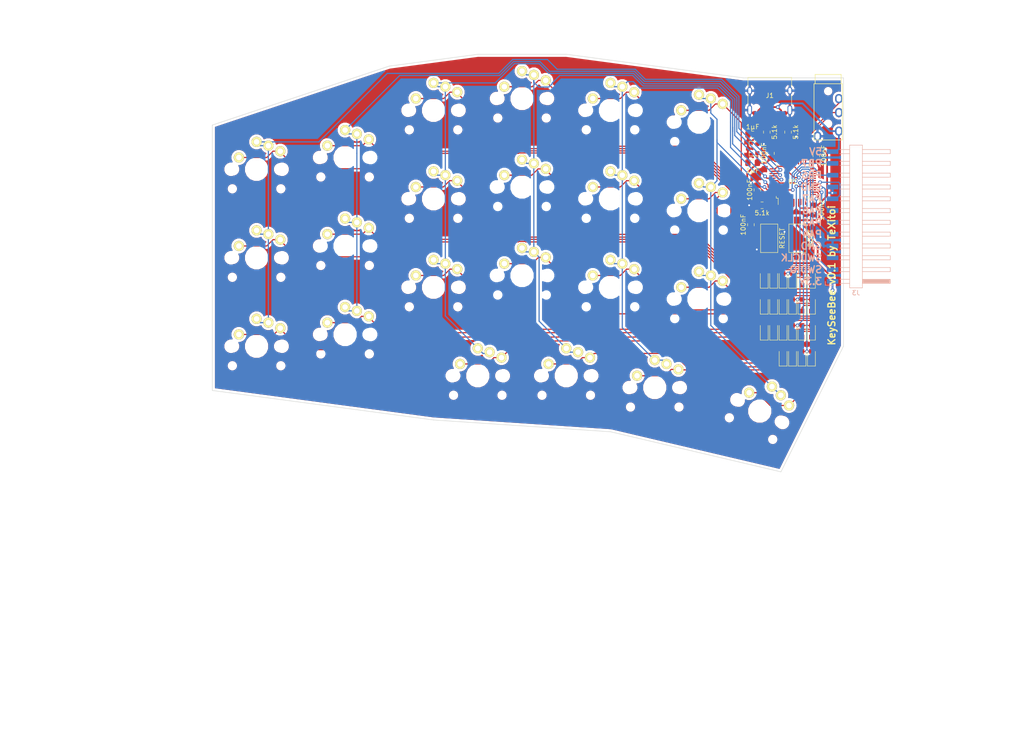
<source format=kicad_pcb>
(kicad_pcb (version 20171130) (host pcbnew 5.0.2+dfsg1-1)
  (layers (0 F.Cu signal) (31 B.Cu signal) (34 B.Paste user) (35 F.Paste user) (36 B.SilkS user) (37 F.SilkS user) (38 B.Mask user) (39 F.Mask user) (44 Edge.Cuts user))
  (net 0 "")
  (net 1 GND)
  (net 2 5V)
  (net 3 "Net-(J1-PadB8)")
  (net 4 "Net-(J1-PadA5)")
  (net 5 D-)
  (net 6 D+)
  (net 7 "Net-(J1-PadA8)")
  (net 8 "Net-(J1-PadB5)")
  (net 9 "Net-(R1-Pad1)")
  (net 10 3.3V)
  (net 11 VBAT)
  (net 12 "Net-(U1-Pad5)")
  (net 13 "Net-(U1-Pad6)")
  (net 14 "Net-(C1-Pad2)")
  (net 15 "Net-(U1-Pad10)")
  (net 16 "Net-(U1-Pad11)")
  (net 17 "Net-(U1-Pad12)")
  (net 18 "Net-(U1-Pad13)")
  (net 19 PA4)
  (net 20 PA5)
  (net 21 PA6)
  (net 22 PA7)
  (net 23 ROW1)
  (net 24 ROW2)
  (net 25 ROW3)
  (net 26 ROW4)
  (net 27 SWDIO)
  (net 28 SWDCLK)
  (net 29 COL1)
  (net 30 COL2)
  (net 31 COL3)
  (net 32 COL4)
  (net 33 PB6)
  (net 34 PB7)
  (net 35 COL5)
  (net 36 COL6)
  (net 37 TX)
  (net 38 RX)
  (net 39 "Net-(U1-Pad2)")
  (net 40 "Net-(U1-Pad3)")
  (net 41 "Net-(U1-Pad4)")
  (net 42 "Net-(U1-Pad22)")
  (net 43 "Net-(U1-Pad26)")
  (net 44 "Net-(U1-Pad27)")
  (net 45 "Net-(U1-Pad28)")
  (net 46 "Net-(U1-Pad29)")
  (net 47 "Net-(D24-Pad1)")
  (net 48 "Net-(D11-Pad1)")
  (net 49 "Net-(D12-Pad1)")
  (net 50 "Net-(D14-Pad1)")
  (net 51 "Net-(D15-Pad1)")
  (net 52 "Net-(D16-Pad1)")
  (net 53 "Net-(D17-Pad1)")
  (net 54 "Net-(D19-Pad1)")
  (net 55 "Net-(D20-Pad1)")
  (net 56 "Net-(D21-Pad1)")
  (net 57 "Net-(D23-Pad1)")
  (net 58 "Net-(D9-Pad1)")
  (net 59 "Net-(D7-Pad1)")
  (net 60 "Net-(D6-Pad1)")
  (net 61 "Net-(D5-Pad1)")
  (net 62 "Net-(D25-Pad1)")
  (net 63 "Net-(D26-Pad1)")
  (net 64 "Net-(D33-Pad1)")
  (net 65 "Net-(D34-Pad1)")
  (net 66 "Net-(D35-Pad1)")
  (net 67 "Net-(D36-Pad1)")
  (net 68 "Net-(D10-Pad1)")
  (module foostan-kbd:CherryMX_Choc_1u (layer F.Cu) (at 209.55 56.515)
    (fp_text reference SW12 hide)
    (fp_text value SW_Push hide)
    (pad 1 thru_hole circle (at 5.1 -3.9 310) (size 2.2 2.2) (drill 1.2) (layers *.Cu F.SilkS B.Mask) (net 50 "Net-(D14-Pad1)"))
    (pad "" np_thru_hole circle (at 0 0 90) (size 4 4) (drill 4) (layers *.Cu *.Mask))
    (pad "" np_thru_hole circle (at -5.5 0 90) (size 1.9 1.9) (drill 1.9) (layers *.Cu *.Mask))
    (pad "" np_thru_hole circle (at 5.5 0 90) (size 1.9 1.9) (drill 1.9) (layers *.Cu *.Mask))
    (pad 2 thru_hole circle (at 0 -5.9 90) (size 2.2 2.2) (drill 1.2) (layers *.Cu F.SilkS B.Mask) (net 36 COL6))
    (pad 2 thru_hole circle (at 2.54 -5.08) (size 2.2 2.2) (drill 1.2) (layers *.Cu F.SilkS B.Mask) (net 36 COL6))
    (pad 1 thru_hole circle (at -3.81 -2.54 50) (size 2.2 2.2) (drill 1.2) (layers *.Cu F.SilkS B.Mask) (net 50 "Net-(D14-Pad1)"))
    (pad "" np_thru_hole circle (at 5.08 0) (size 1.7 1.7) (drill 1.7) (layers *.Cu *.Mask))
    (pad "" np_thru_hole circle (at -5.08 0) (size 1.7 1.7) (drill 1.7) (layers *.Cu *.Mask))
    (pad "" np_thru_hole circle (at 5.22 4.2) (size 1 1) (drill 1) (layers *.Cu *.Mask))
    (pad "" np_thru_hole circle (at -5.22 4.2) (size 1 1) (drill 1) (layers *.Cu *.Mask))
  )
  (module foostan-kbd:CherryMX_Choc_1u (layer F.Cu) (at 200.025 113.665)
    (fp_text reference SW34 hide)
    (fp_text value SW_Push hide)
    (pad "" np_thru_hole circle (at -5.22 4.2) (size 1 1) (drill 1) (layers *.Cu *.Mask))
    (pad "" np_thru_hole circle (at 5.22 4.2) (size 1 1) (drill 1) (layers *.Cu *.Mask))
    (pad "" np_thru_hole circle (at -5.08 0) (size 1.7 1.7) (drill 1.7) (layers *.Cu *.Mask))
    (pad "" np_thru_hole circle (at 5.08 0) (size 1.7 1.7) (drill 1.7) (layers *.Cu *.Mask))
    (pad 1 thru_hole circle (at -3.81 -2.54 50) (size 2.2 2.2) (drill 1.2) (layers *.Cu F.SilkS B.Mask) (net 67 "Net-(D36-Pad1)"))
    (pad 2 thru_hole circle (at 2.54 -5.08) (size 2.2 2.2) (drill 1.2) (layers *.Cu F.SilkS B.Mask) (net 35 COL5))
    (pad 2 thru_hole circle (at 0 -5.9 90) (size 2.2 2.2) (drill 1.2) (layers *.Cu F.SilkS B.Mask) (net 35 COL5))
    (pad "" np_thru_hole circle (at 5.5 0 90) (size 1.9 1.9) (drill 1.9) (layers *.Cu *.Mask))
    (pad "" np_thru_hole circle (at -5.5 0 90) (size 1.9 1.9) (drill 1.9) (layers *.Cu *.Mask))
    (pad "" np_thru_hole circle (at 0 0 90) (size 4 4) (drill 4) (layers *.Cu *.Mask))
    (pad 1 thru_hole circle (at 5.1 -3.9 310) (size 2.2 2.2) (drill 1.2) (layers *.Cu F.SilkS B.Mask) (net 67 "Net-(D36-Pad1)"))
  )
  (module foostan-kbd:CherryMX_Choc_1u (layer F.Cu) (at 222.631 118.745 333.5)
    (fp_text reference SW15 hide)
    (fp_text value SW_Push hide)
    (pad "" np_thru_hole circle (at -5.22 4.2 333.5) (size 1 1) (drill 1) (layers *.Cu *.Mask))
    (pad "" np_thru_hole circle (at 5.22 4.2 333.5) (size 1 1) (drill 1) (layers *.Cu *.Mask))
    (pad "" np_thru_hole circle (at -5.08 0 333.5) (size 1.7 1.7) (drill 1.7) (layers *.Cu *.Mask))
    (pad "" np_thru_hole circle (at 5.08 0 333.5) (size 1.7 1.7) (drill 1.7) (layers *.Cu *.Mask))
    (pad 1 thru_hole circle (at -3.81 -2.54 23.5) (size 2.2 2.2) (drill 1.2) (layers *.Cu F.SilkS B.Mask) (net 53 "Net-(D17-Pad1)"))
    (pad 2 thru_hole circle (at 2.54 -5.08 333.5) (size 2.2 2.2) (drill 1.2) (layers *.Cu F.SilkS B.Mask) (net 36 COL6))
    (pad 2 thru_hole circle (at 0 -5.9 63.5) (size 2.2 2.2) (drill 1.2) (layers *.Cu F.SilkS B.Mask) (net 36 COL6))
    (pad "" np_thru_hole circle (at 5.5 0 63.5) (size 1.9 1.9) (drill 1.9) (layers *.Cu *.Mask))
    (pad "" np_thru_hole circle (at -5.5 0 63.5) (size 1.9 1.9) (drill 1.9) (layers *.Cu *.Mask))
    (pad "" np_thru_hole circle (at 0 0 63.5) (size 4 4) (drill 4) (layers *.Cu *.Mask))
    (pad 1 thru_hole circle (at 5.1 -3.9 283.5) (size 2.2 2.2) (drill 1.2) (layers *.Cu F.SilkS B.Mask) (net 53 "Net-(D17-Pad1)"))
  )
  (module foostan-kbd:CherryMX_Choc_1u (layer F.Cu) (at 114.3 66.675)
    (fp_text reference SW3 hide)
    (fp_text value SW_Push hide)
    (pad 1 thru_hole circle (at 5.1 -3.9 310) (size 2.2 2.2) (drill 1.2) (layers *.Cu F.SilkS B.Mask) (net 61 "Net-(D5-Pad1)"))
    (pad "" np_thru_hole circle (at 0 0 90) (size 4 4) (drill 4) (layers *.Cu *.Mask))
    (pad "" np_thru_hole circle (at -5.5 0 90) (size 1.9 1.9) (drill 1.9) (layers *.Cu *.Mask))
    (pad "" np_thru_hole circle (at 5.5 0 90) (size 1.9 1.9) (drill 1.9) (layers *.Cu *.Mask))
    (pad 2 thru_hole circle (at 0 -5.9 90) (size 2.2 2.2) (drill 1.2) (layers *.Cu F.SilkS B.Mask) (net 29 COL1))
    (pad 2 thru_hole circle (at 2.54 -5.08) (size 2.2 2.2) (drill 1.2) (layers *.Cu F.SilkS B.Mask) (net 29 COL1))
    (pad 1 thru_hole circle (at -3.81 -2.54 50) (size 2.2 2.2) (drill 1.2) (layers *.Cu F.SilkS B.Mask) (net 61 "Net-(D5-Pad1)"))
    (pad "" np_thru_hole circle (at 5.08 0) (size 1.7 1.7) (drill 1.7) (layers *.Cu *.Mask))
    (pad "" np_thru_hole circle (at -5.08 0) (size 1.7 1.7) (drill 1.7) (layers *.Cu *.Mask))
    (pad "" np_thru_hole circle (at 5.22 4.2) (size 1 1) (drill 1) (layers *.Cu *.Mask))
    (pad "" np_thru_hole circle (at -5.22 4.2) (size 1 1) (drill 1) (layers *.Cu *.Mask))
  )
  (module foostan-kbd:CherryMX_Choc_1u (layer F.Cu) (at 114.3 85.725)
    (fp_text reference SW4 hide)
    (fp_text value SW_Push hide)
    (pad "" np_thru_hole circle (at -5.22 4.2) (size 1 1) (drill 1) (layers *.Cu *.Mask))
    (pad "" np_thru_hole circle (at 5.22 4.2) (size 1 1) (drill 1) (layers *.Cu *.Mask))
    (pad "" np_thru_hole circle (at -5.08 0) (size 1.7 1.7) (drill 1.7) (layers *.Cu *.Mask))
    (pad "" np_thru_hole circle (at 5.08 0) (size 1.7 1.7) (drill 1.7) (layers *.Cu *.Mask))
    (pad 1 thru_hole circle (at -3.81 -2.54 50) (size 2.2 2.2) (drill 1.2) (layers *.Cu F.SilkS B.Mask) (net 60 "Net-(D6-Pad1)"))
    (pad 2 thru_hole circle (at 2.54 -5.08) (size 2.2 2.2) (drill 1.2) (layers *.Cu F.SilkS B.Mask) (net 29 COL1))
    (pad 2 thru_hole circle (at 0 -5.9 90) (size 2.2 2.2) (drill 1.2) (layers *.Cu F.SilkS B.Mask) (net 29 COL1))
    (pad "" np_thru_hole circle (at 5.5 0 90) (size 1.9 1.9) (drill 1.9) (layers *.Cu *.Mask))
    (pad "" np_thru_hole circle (at -5.5 0 90) (size 1.9 1.9) (drill 1.9) (layers *.Cu *.Mask))
    (pad "" np_thru_hole circle (at 0 0 90) (size 4 4) (drill 4) (layers *.Cu *.Mask))
    (pad 1 thru_hole circle (at 5.1 -3.9 310) (size 2.2 2.2) (drill 1.2) (layers *.Cu F.SilkS B.Mask) (net 60 "Net-(D6-Pad1)"))
  )
  (module foostan-kbd:CherryMX_Choc_1u (layer F.Cu) (at 114.3 104.775)
    (fp_text reference SW5 hide)
    (fp_text value SW_Push hide)
    (pad 1 thru_hole circle (at 5.1 -3.9 310) (size 2.2 2.2) (drill 1.2) (layers *.Cu F.SilkS B.Mask) (net 59 "Net-(D7-Pad1)"))
    (pad "" np_thru_hole circle (at 0 0 90) (size 4 4) (drill 4) (layers *.Cu *.Mask))
    (pad "" np_thru_hole circle (at -5.5 0 90) (size 1.9 1.9) (drill 1.9) (layers *.Cu *.Mask))
    (pad "" np_thru_hole circle (at 5.5 0 90) (size 1.9 1.9) (drill 1.9) (layers *.Cu *.Mask))
    (pad 2 thru_hole circle (at 0 -5.9 90) (size 2.2 2.2) (drill 1.2) (layers *.Cu F.SilkS B.Mask) (net 29 COL1))
    (pad 2 thru_hole circle (at 2.54 -5.08) (size 2.2 2.2) (drill 1.2) (layers *.Cu F.SilkS B.Mask) (net 29 COL1))
    (pad 1 thru_hole circle (at -3.81 -2.54 50) (size 2.2 2.2) (drill 1.2) (layers *.Cu F.SilkS B.Mask) (net 59 "Net-(D7-Pad1)"))
    (pad "" np_thru_hole circle (at 5.08 0) (size 1.7 1.7) (drill 1.7) (layers *.Cu *.Mask))
    (pad "" np_thru_hole circle (at -5.08 0) (size 1.7 1.7) (drill 1.7) (layers *.Cu *.Mask))
    (pad "" np_thru_hole circle (at 5.22 4.2) (size 1 1) (drill 1) (layers *.Cu *.Mask))
    (pad "" np_thru_hole circle (at -5.22 4.2) (size 1 1) (drill 1) (layers *.Cu *.Mask))
  )
  (module foostan-kbd:CherryMX_Choc_1u (layer F.Cu) (at 152.4 53.975)
    (fp_text reference SW7 hide)
    (fp_text value SW_Push hide)
    (pad "" np_thru_hole circle (at -5.22 4.2) (size 1 1) (drill 1) (layers *.Cu *.Mask))
    (pad "" np_thru_hole circle (at 5.22 4.2) (size 1 1) (drill 1) (layers *.Cu *.Mask))
    (pad "" np_thru_hole circle (at -5.08 0) (size 1.7 1.7) (drill 1.7) (layers *.Cu *.Mask))
    (pad "" np_thru_hole circle (at 5.08 0) (size 1.7 1.7) (drill 1.7) (layers *.Cu *.Mask))
    (pad 1 thru_hole circle (at -3.81 -2.54 50) (size 2.2 2.2) (drill 1.2) (layers *.Cu F.SilkS B.Mask) (net 58 "Net-(D9-Pad1)"))
    (pad 2 thru_hole circle (at 2.54 -5.08) (size 2.2 2.2) (drill 1.2) (layers *.Cu F.SilkS B.Mask) (net 31 COL3))
    (pad 2 thru_hole circle (at 0 -5.9 90) (size 2.2 2.2) (drill 1.2) (layers *.Cu F.SilkS B.Mask) (net 31 COL3))
    (pad "" np_thru_hole circle (at 5.5 0 90) (size 1.9 1.9) (drill 1.9) (layers *.Cu *.Mask))
    (pad "" np_thru_hole circle (at -5.5 0 90) (size 1.9 1.9) (drill 1.9) (layers *.Cu *.Mask))
    (pad "" np_thru_hole circle (at 0 0 90) (size 4 4) (drill 4) (layers *.Cu *.Mask))
    (pad 1 thru_hole circle (at 5.1 -3.9 310) (size 2.2 2.2) (drill 1.2) (layers *.Cu F.SilkS B.Mask) (net 58 "Net-(D9-Pad1)"))
  )
  (module foostan-kbd:CherryMX_Choc_1u (layer F.Cu) (at 209.55 75.565)
    (fp_text reference SW13 hide)
    (fp_text value SW_Push hide)
    (pad 1 thru_hole circle (at 5.1 -3.9 310) (size 2.2 2.2) (drill 1.2) (layers *.Cu F.SilkS B.Mask) (net 51 "Net-(D15-Pad1)"))
    (pad "" np_thru_hole circle (at 0 0 90) (size 4 4) (drill 4) (layers *.Cu *.Mask))
    (pad "" np_thru_hole circle (at -5.5 0 90) (size 1.9 1.9) (drill 1.9) (layers *.Cu *.Mask))
    (pad "" np_thru_hole circle (at 5.5 0 90) (size 1.9 1.9) (drill 1.9) (layers *.Cu *.Mask))
    (pad 2 thru_hole circle (at 0 -5.9 90) (size 2.2 2.2) (drill 1.2) (layers *.Cu F.SilkS B.Mask) (net 36 COL6))
    (pad 2 thru_hole circle (at 2.54 -5.08) (size 2.2 2.2) (drill 1.2) (layers *.Cu F.SilkS B.Mask) (net 36 COL6))
    (pad 1 thru_hole circle (at -3.81 -2.54 50) (size 2.2 2.2) (drill 1.2) (layers *.Cu F.SilkS B.Mask) (net 51 "Net-(D15-Pad1)"))
    (pad "" np_thru_hole circle (at 5.08 0) (size 1.7 1.7) (drill 1.7) (layers *.Cu *.Mask))
    (pad "" np_thru_hole circle (at -5.08 0) (size 1.7 1.7) (drill 1.7) (layers *.Cu *.Mask))
    (pad "" np_thru_hole circle (at 5.22 4.2) (size 1 1) (drill 1) (layers *.Cu *.Mask))
    (pad "" np_thru_hole circle (at -5.22 4.2) (size 1 1) (drill 1) (layers *.Cu *.Mask))
  )
  (module foostan-kbd:CherryMX_Choc_1u (layer F.Cu) (at 152.4 73.025)
    (fp_text reference SW8 hide)
    (fp_text value SW_Push hide)
    (pad "" np_thru_hole circle (at -5.22 4.2) (size 1 1) (drill 1) (layers *.Cu *.Mask))
    (pad "" np_thru_hole circle (at 5.22 4.2) (size 1 1) (drill 1) (layers *.Cu *.Mask))
    (pad "" np_thru_hole circle (at -5.08 0) (size 1.7 1.7) (drill 1.7) (layers *.Cu *.Mask))
    (pad "" np_thru_hole circle (at 5.08 0) (size 1.7 1.7) (drill 1.7) (layers *.Cu *.Mask))
    (pad 1 thru_hole circle (at -3.81 -2.54 50) (size 2.2 2.2) (drill 1.2) (layers *.Cu F.SilkS B.Mask) (net 68 "Net-(D10-Pad1)"))
    (pad 2 thru_hole circle (at 2.54 -5.08) (size 2.2 2.2) (drill 1.2) (layers *.Cu F.SilkS B.Mask) (net 31 COL3))
    (pad 2 thru_hole circle (at 0 -5.9 90) (size 2.2 2.2) (drill 1.2) (layers *.Cu F.SilkS B.Mask) (net 31 COL3))
    (pad "" np_thru_hole circle (at 5.5 0 90) (size 1.9 1.9) (drill 1.9) (layers *.Cu *.Mask))
    (pad "" np_thru_hole circle (at -5.5 0 90) (size 1.9 1.9) (drill 1.9) (layers *.Cu *.Mask))
    (pad "" np_thru_hole circle (at 0 0 90) (size 4 4) (drill 4) (layers *.Cu *.Mask))
    (pad 1 thru_hole circle (at 5.1 -3.9 310) (size 2.2 2.2) (drill 1.2) (layers *.Cu F.SilkS B.Mask) (net 68 "Net-(D10-Pad1)"))
  )
  (module foostan-kbd:CherryMX_Choc_1u (layer F.Cu) (at 152.4 92.075)
    (fp_text reference SW9 hide)
    (fp_text value SW_Push hide)
    (pad 1 thru_hole circle (at 5.1 -3.9 310) (size 2.2 2.2) (drill 1.2) (layers *.Cu F.SilkS B.Mask) (net 48 "Net-(D11-Pad1)"))
    (pad "" np_thru_hole circle (at 0 0 90) (size 4 4) (drill 4) (layers *.Cu *.Mask))
    (pad "" np_thru_hole circle (at -5.5 0 90) (size 1.9 1.9) (drill 1.9) (layers *.Cu *.Mask))
    (pad "" np_thru_hole circle (at 5.5 0 90) (size 1.9 1.9) (drill 1.9) (layers *.Cu *.Mask))
    (pad 2 thru_hole circle (at 0 -5.9 90) (size 2.2 2.2) (drill 1.2) (layers *.Cu F.SilkS B.Mask) (net 31 COL3))
    (pad 2 thru_hole circle (at 2.54 -5.08) (size 2.2 2.2) (drill 1.2) (layers *.Cu F.SilkS B.Mask) (net 31 COL3))
    (pad 1 thru_hole circle (at -3.81 -2.54 50) (size 2.2 2.2) (drill 1.2) (layers *.Cu F.SilkS B.Mask) (net 48 "Net-(D11-Pad1)"))
    (pad "" np_thru_hole circle (at 5.08 0) (size 1.7 1.7) (drill 1.7) (layers *.Cu *.Mask))
    (pad "" np_thru_hole circle (at -5.08 0) (size 1.7 1.7) (drill 1.7) (layers *.Cu *.Mask))
    (pad "" np_thru_hole circle (at 5.22 4.2) (size 1 1) (drill 1) (layers *.Cu *.Mask))
    (pad "" np_thru_hole circle (at -5.22 4.2) (size 1 1) (drill 1) (layers *.Cu *.Mask))
  )
  (module foostan-kbd:CherryMX_Choc_1u (layer F.Cu) (at 161.925 111.125)
    (fp_text reference SW10 hide)
    (fp_text value SW_Push hide)
    (pad "" np_thru_hole circle (at -5.22 4.2) (size 1 1) (drill 1) (layers *.Cu *.Mask))
    (pad "" np_thru_hole circle (at 5.22 4.2) (size 1 1) (drill 1) (layers *.Cu *.Mask))
    (pad "" np_thru_hole circle (at -5.08 0) (size 1.7 1.7) (drill 1.7) (layers *.Cu *.Mask))
    (pad "" np_thru_hole circle (at 5.08 0) (size 1.7 1.7) (drill 1.7) (layers *.Cu *.Mask))
    (pad 1 thru_hole circle (at -3.81 -2.54 50) (size 2.2 2.2) (drill 1.2) (layers *.Cu F.SilkS B.Mask) (net 49 "Net-(D12-Pad1)"))
    (pad 2 thru_hole circle (at 2.54 -5.08) (size 2.2 2.2) (drill 1.2) (layers *.Cu F.SilkS B.Mask) (net 31 COL3))
    (pad 2 thru_hole circle (at 0 -5.9 90) (size 2.2 2.2) (drill 1.2) (layers *.Cu F.SilkS B.Mask) (net 31 COL3))
    (pad "" np_thru_hole circle (at 5.5 0 90) (size 1.9 1.9) (drill 1.9) (layers *.Cu *.Mask))
    (pad "" np_thru_hole circle (at -5.5 0 90) (size 1.9 1.9) (drill 1.9) (layers *.Cu *.Mask))
    (pad "" np_thru_hole circle (at 0 0 90) (size 4 4) (drill 4) (layers *.Cu *.Mask))
    (pad 1 thru_hole circle (at 5.1 -3.9 310) (size 2.2 2.2) (drill 1.2) (layers *.Cu F.SilkS B.Mask) (net 49 "Net-(D12-Pad1)"))
  )
  (module foostan-kbd:CherryMX_Choc_1u (layer F.Cu) (at 209.55 94.615)
    (fp_text reference SW14 hide)
    (fp_text value SW_Push hide)
    (pad "" np_thru_hole circle (at -5.22 4.2) (size 1 1) (drill 1) (layers *.Cu *.Mask))
    (pad "" np_thru_hole circle (at 5.22 4.2) (size 1 1) (drill 1) (layers *.Cu *.Mask))
    (pad "" np_thru_hole circle (at -5.08 0) (size 1.7 1.7) (drill 1.7) (layers *.Cu *.Mask))
    (pad "" np_thru_hole circle (at 5.08 0) (size 1.7 1.7) (drill 1.7) (layers *.Cu *.Mask))
    (pad 1 thru_hole circle (at -3.81 -2.54 50) (size 2.2 2.2) (drill 1.2) (layers *.Cu F.SilkS B.Mask) (net 52 "Net-(D16-Pad1)"))
    (pad 2 thru_hole circle (at 2.54 -5.08) (size 2.2 2.2) (drill 1.2) (layers *.Cu F.SilkS B.Mask) (net 36 COL6))
    (pad 2 thru_hole circle (at 0 -5.9 90) (size 2.2 2.2) (drill 1.2) (layers *.Cu F.SilkS B.Mask) (net 36 COL6))
    (pad "" np_thru_hole circle (at 5.5 0 90) (size 1.9 1.9) (drill 1.9) (layers *.Cu *.Mask))
    (pad "" np_thru_hole circle (at -5.5 0 90) (size 1.9 1.9) (drill 1.9) (layers *.Cu *.Mask))
    (pad "" np_thru_hole circle (at 0 0 90) (size 4 4) (drill 4) (layers *.Cu *.Mask))
    (pad 1 thru_hole circle (at 5.1 -3.9 310) (size 2.2 2.2) (drill 1.2) (layers *.Cu F.SilkS B.Mask) (net 52 "Net-(D16-Pad1)"))
  )
  (module foostan-kbd:CherryMX_Choc_1u (layer F.Cu) (at 133.35 64.135)
    (fp_text reference SW17 hide)
    (fp_text value SW_Push hide)
    (pad 1 thru_hole circle (at 5.1 -3.9 310) (size 2.2 2.2) (drill 1.2) (layers *.Cu F.SilkS B.Mask) (net 54 "Net-(D19-Pad1)"))
    (pad "" np_thru_hole circle (at 0 0 90) (size 4 4) (drill 4) (layers *.Cu *.Mask))
    (pad "" np_thru_hole circle (at -5.5 0 90) (size 1.9 1.9) (drill 1.9) (layers *.Cu *.Mask))
    (pad "" np_thru_hole circle (at 5.5 0 90) (size 1.9 1.9) (drill 1.9) (layers *.Cu *.Mask))
    (pad 2 thru_hole circle (at 0 -5.9 90) (size 2.2 2.2) (drill 1.2) (layers *.Cu F.SilkS B.Mask) (net 30 COL2))
    (pad 2 thru_hole circle (at 2.54 -5.08) (size 2.2 2.2) (drill 1.2) (layers *.Cu F.SilkS B.Mask) (net 30 COL2))
    (pad 1 thru_hole circle (at -3.81 -2.54 50) (size 2.2 2.2) (drill 1.2) (layers *.Cu F.SilkS B.Mask) (net 54 "Net-(D19-Pad1)"))
    (pad "" np_thru_hole circle (at 5.08 0) (size 1.7 1.7) (drill 1.7) (layers *.Cu *.Mask))
    (pad "" np_thru_hole circle (at -5.08 0) (size 1.7 1.7) (drill 1.7) (layers *.Cu *.Mask))
    (pad "" np_thru_hole circle (at 5.22 4.2) (size 1 1) (drill 1) (layers *.Cu *.Mask))
    (pad "" np_thru_hole circle (at -5.22 4.2) (size 1 1) (drill 1) (layers *.Cu *.Mask))
  )
  (module foostan-kbd:CherryMX_Choc_1u (layer F.Cu) (at 133.35 83.185)
    (fp_text reference SW18 hide)
    (fp_text value SW_Push hide)
    (pad "" np_thru_hole circle (at -5.22 4.2) (size 1 1) (drill 1) (layers *.Cu *.Mask))
    (pad "" np_thru_hole circle (at 5.22 4.2) (size 1 1) (drill 1) (layers *.Cu *.Mask))
    (pad "" np_thru_hole circle (at -5.08 0) (size 1.7 1.7) (drill 1.7) (layers *.Cu *.Mask))
    (pad "" np_thru_hole circle (at 5.08 0) (size 1.7 1.7) (drill 1.7) (layers *.Cu *.Mask))
    (pad 1 thru_hole circle (at -3.81 -2.54 50) (size 2.2 2.2) (drill 1.2) (layers *.Cu F.SilkS B.Mask) (net 55 "Net-(D20-Pad1)"))
    (pad 2 thru_hole circle (at 2.54 -5.08) (size 2.2 2.2) (drill 1.2) (layers *.Cu F.SilkS B.Mask) (net 30 COL2))
    (pad 2 thru_hole circle (at 0 -5.9 90) (size 2.2 2.2) (drill 1.2) (layers *.Cu F.SilkS B.Mask) (net 30 COL2))
    (pad "" np_thru_hole circle (at 5.5 0 90) (size 1.9 1.9) (drill 1.9) (layers *.Cu *.Mask))
    (pad "" np_thru_hole circle (at -5.5 0 90) (size 1.9 1.9) (drill 1.9) (layers *.Cu *.Mask))
    (pad "" np_thru_hole circle (at 0 0 90) (size 4 4) (drill 4) (layers *.Cu *.Mask))
    (pad 1 thru_hole circle (at 5.1 -3.9 310) (size 2.2 2.2) (drill 1.2) (layers *.Cu F.SilkS B.Mask) (net 55 "Net-(D20-Pad1)"))
  )
  (module foostan-kbd:CherryMX_Choc_1u (layer F.Cu) (at 133.35 102.235)
    (fp_text reference SW19 hide)
    (fp_text value SW_Push hide)
    (pad 1 thru_hole circle (at 5.1 -3.9 310) (size 2.2 2.2) (drill 1.2) (layers *.Cu F.SilkS B.Mask) (net 56 "Net-(D21-Pad1)"))
    (pad "" np_thru_hole circle (at 0 0 90) (size 4 4) (drill 4) (layers *.Cu *.Mask))
    (pad "" np_thru_hole circle (at -5.5 0 90) (size 1.9 1.9) (drill 1.9) (layers *.Cu *.Mask))
    (pad "" np_thru_hole circle (at 5.5 0 90) (size 1.9 1.9) (drill 1.9) (layers *.Cu *.Mask))
    (pad 2 thru_hole circle (at 0 -5.9 90) (size 2.2 2.2) (drill 1.2) (layers *.Cu F.SilkS B.Mask) (net 30 COL2))
    (pad 2 thru_hole circle (at 2.54 -5.08) (size 2.2 2.2) (drill 1.2) (layers *.Cu F.SilkS B.Mask) (net 30 COL2))
    (pad 1 thru_hole circle (at -3.81 -2.54 50) (size 2.2 2.2) (drill 1.2) (layers *.Cu F.SilkS B.Mask) (net 56 "Net-(D21-Pad1)"))
    (pad "" np_thru_hole circle (at 5.08 0) (size 1.7 1.7) (drill 1.7) (layers *.Cu *.Mask))
    (pad "" np_thru_hole circle (at -5.08 0) (size 1.7 1.7) (drill 1.7) (layers *.Cu *.Mask))
    (pad "" np_thru_hole circle (at 5.22 4.2) (size 1 1) (drill 1) (layers *.Cu *.Mask))
    (pad "" np_thru_hole circle (at -5.22 4.2) (size 1 1) (drill 1) (layers *.Cu *.Mask))
  )
  (module foostan-kbd:CherryMX_Choc_1u (layer F.Cu) (at 171.45 51.435)
    (fp_text reference SW21 hide)
    (fp_text value SW_Push hide)
    (pad "" np_thru_hole circle (at -5.22 4.2) (size 1 1) (drill 1) (layers *.Cu *.Mask))
    (pad "" np_thru_hole circle (at 5.22 4.2) (size 1 1) (drill 1) (layers *.Cu *.Mask))
    (pad "" np_thru_hole circle (at -5.08 0) (size 1.7 1.7) (drill 1.7) (layers *.Cu *.Mask))
    (pad "" np_thru_hole circle (at 5.08 0) (size 1.7 1.7) (drill 1.7) (layers *.Cu *.Mask))
    (pad 1 thru_hole circle (at -3.81 -2.54 50) (size 2.2 2.2) (drill 1.2) (layers *.Cu F.SilkS B.Mask) (net 57 "Net-(D23-Pad1)"))
    (pad 2 thru_hole circle (at 2.54 -5.08) (size 2.2 2.2) (drill 1.2) (layers *.Cu F.SilkS B.Mask) (net 32 COL4))
    (pad 2 thru_hole circle (at 0 -5.9 90) (size 2.2 2.2) (drill 1.2) (layers *.Cu F.SilkS B.Mask) (net 32 COL4))
    (pad "" np_thru_hole circle (at 5.5 0 90) (size 1.9 1.9) (drill 1.9) (layers *.Cu *.Mask))
    (pad "" np_thru_hole circle (at -5.5 0 90) (size 1.9 1.9) (drill 1.9) (layers *.Cu *.Mask))
    (pad "" np_thru_hole circle (at 0 0 90) (size 4 4) (drill 4) (layers *.Cu *.Mask))
    (pad 1 thru_hole circle (at 5.1 -3.9 310) (size 2.2 2.2) (drill 1.2) (layers *.Cu F.SilkS B.Mask) (net 57 "Net-(D23-Pad1)"))
  )
  (module foostan-kbd:CherryMX_Choc_1u (layer F.Cu) (at 171.45 70.485)
    (fp_text reference SW22 hide)
    (fp_text value SW_Push hide)
    (pad 1 thru_hole circle (at 5.1 -3.9 310) (size 2.2 2.2) (drill 1.2) (layers *.Cu F.SilkS B.Mask) (net 47 "Net-(D24-Pad1)"))
    (pad "" np_thru_hole circle (at 0 0 90) (size 4 4) (drill 4) (layers *.Cu *.Mask))
    (pad "" np_thru_hole circle (at -5.5 0 90) (size 1.9 1.9) (drill 1.9) (layers *.Cu *.Mask))
    (pad "" np_thru_hole circle (at 5.5 0 90) (size 1.9 1.9) (drill 1.9) (layers *.Cu *.Mask))
    (pad 2 thru_hole circle (at 0 -5.9 90) (size 2.2 2.2) (drill 1.2) (layers *.Cu F.SilkS B.Mask) (net 32 COL4))
    (pad 2 thru_hole circle (at 2.54 -5.08) (size 2.2 2.2) (drill 1.2) (layers *.Cu F.SilkS B.Mask) (net 32 COL4))
    (pad 1 thru_hole circle (at -3.81 -2.54 50) (size 2.2 2.2) (drill 1.2) (layers *.Cu F.SilkS B.Mask) (net 47 "Net-(D24-Pad1)"))
    (pad "" np_thru_hole circle (at 5.08 0) (size 1.7 1.7) (drill 1.7) (layers *.Cu *.Mask))
    (pad "" np_thru_hole circle (at -5.08 0) (size 1.7 1.7) (drill 1.7) (layers *.Cu *.Mask))
    (pad "" np_thru_hole circle (at 5.22 4.2) (size 1 1) (drill 1) (layers *.Cu *.Mask))
    (pad "" np_thru_hole circle (at -5.22 4.2) (size 1 1) (drill 1) (layers *.Cu *.Mask))
  )
  (module foostan-kbd:CherryMX_Choc_1u (layer F.Cu) (at 171.45 89.535)
    (fp_text reference SW23 hide)
    (fp_text value SW_Push hide)
    (pad "" np_thru_hole circle (at -5.22 4.2) (size 1 1) (drill 1) (layers *.Cu *.Mask))
    (pad "" np_thru_hole circle (at 5.22 4.2) (size 1 1) (drill 1) (layers *.Cu *.Mask))
    (pad "" np_thru_hole circle (at -5.08 0) (size 1.7 1.7) (drill 1.7) (layers *.Cu *.Mask))
    (pad "" np_thru_hole circle (at 5.08 0) (size 1.7 1.7) (drill 1.7) (layers *.Cu *.Mask))
    (pad 1 thru_hole circle (at -3.81 -2.54 50) (size 2.2 2.2) (drill 1.2) (layers *.Cu F.SilkS B.Mask) (net 62 "Net-(D25-Pad1)"))
    (pad 2 thru_hole circle (at 2.54 -5.08) (size 2.2 2.2) (drill 1.2) (layers *.Cu F.SilkS B.Mask) (net 32 COL4))
    (pad 2 thru_hole circle (at 0 -5.9 90) (size 2.2 2.2) (drill 1.2) (layers *.Cu F.SilkS B.Mask) (net 32 COL4))
    (pad "" np_thru_hole circle (at 5.5 0 90) (size 1.9 1.9) (drill 1.9) (layers *.Cu *.Mask))
    (pad "" np_thru_hole circle (at -5.5 0 90) (size 1.9 1.9) (drill 1.9) (layers *.Cu *.Mask))
    (pad "" np_thru_hole circle (at 0 0 90) (size 4 4) (drill 4) (layers *.Cu *.Mask))
    (pad 1 thru_hole circle (at 5.1 -3.9 310) (size 2.2 2.2) (drill 1.2) (layers *.Cu F.SilkS B.Mask) (net 62 "Net-(D25-Pad1)"))
  )
  (module foostan-kbd:CherryMX_Choc_1u (layer F.Cu) (at 190.5 53.975)
    (fp_text reference SW31 hide)
    (fp_text value SW_Push hide)
    (pad 1 thru_hole circle (at 5.1 -3.9 310) (size 2.2 2.2) (drill 1.2) (layers *.Cu F.SilkS B.Mask) (net 64 "Net-(D33-Pad1)"))
    (pad "" np_thru_hole circle (at 0 0 90) (size 4 4) (drill 4) (layers *.Cu *.Mask))
    (pad "" np_thru_hole circle (at -5.5 0 90) (size 1.9 1.9) (drill 1.9) (layers *.Cu *.Mask))
    (pad "" np_thru_hole circle (at 5.5 0 90) (size 1.9 1.9) (drill 1.9) (layers *.Cu *.Mask))
    (pad 2 thru_hole circle (at 0 -5.9 90) (size 2.2 2.2) (drill 1.2) (layers *.Cu F.SilkS B.Mask) (net 35 COL5))
    (pad 2 thru_hole circle (at 2.54 -5.08) (size 2.2 2.2) (drill 1.2) (layers *.Cu F.SilkS B.Mask) (net 35 COL5))
    (pad 1 thru_hole circle (at -3.81 -2.54 50) (size 2.2 2.2) (drill 1.2) (layers *.Cu F.SilkS B.Mask) (net 64 "Net-(D33-Pad1)"))
    (pad "" np_thru_hole circle (at 5.08 0) (size 1.7 1.7) (drill 1.7) (layers *.Cu *.Mask))
    (pad "" np_thru_hole circle (at -5.08 0) (size 1.7 1.7) (drill 1.7) (layers *.Cu *.Mask))
    (pad "" np_thru_hole circle (at 5.22 4.2) (size 1 1) (drill 1) (layers *.Cu *.Mask))
    (pad "" np_thru_hole circle (at -5.22 4.2) (size 1 1) (drill 1) (layers *.Cu *.Mask))
  )
  (module foostan-kbd:CherryMX_Choc_1u (layer F.Cu) (at 190.5 73.025)
    (fp_text reference SW32 hide)
    (fp_text value SW_Push hide)
    (pad "" np_thru_hole circle (at -5.22 4.2) (size 1 1) (drill 1) (layers *.Cu *.Mask))
    (pad "" np_thru_hole circle (at 5.22 4.2) (size 1 1) (drill 1) (layers *.Cu *.Mask))
    (pad "" np_thru_hole circle (at -5.08 0) (size 1.7 1.7) (drill 1.7) (layers *.Cu *.Mask))
    (pad "" np_thru_hole circle (at 5.08 0) (size 1.7 1.7) (drill 1.7) (layers *.Cu *.Mask))
    (pad 1 thru_hole circle (at -3.81 -2.54 50) (size 2.2 2.2) (drill 1.2) (layers *.Cu F.SilkS B.Mask) (net 65 "Net-(D34-Pad1)"))
    (pad 2 thru_hole circle (at 2.54 -5.08) (size 2.2 2.2) (drill 1.2) (layers *.Cu F.SilkS B.Mask) (net 35 COL5))
    (pad 2 thru_hole circle (at 0 -5.9 90) (size 2.2 2.2) (drill 1.2) (layers *.Cu F.SilkS B.Mask) (net 35 COL5))
    (pad "" np_thru_hole circle (at 5.5 0 90) (size 1.9 1.9) (drill 1.9) (layers *.Cu *.Mask))
    (pad "" np_thru_hole circle (at -5.5 0 90) (size 1.9 1.9) (drill 1.9) (layers *.Cu *.Mask))
    (pad "" np_thru_hole circle (at 0 0 90) (size 4 4) (drill 4) (layers *.Cu *.Mask))
    (pad 1 thru_hole circle (at 5.1 -3.9 310) (size 2.2 2.2) (drill 1.2) (layers *.Cu F.SilkS B.Mask) (net 65 "Net-(D34-Pad1)"))
  )
  (module foostan-kbd:CherryMX_Choc_1u (layer F.Cu) (at 190.5 92.075)
    (fp_text reference SW33 hide)
    (fp_text value SW_Push hide)
    (pad 1 thru_hole circle (at 5.1 -3.9 310) (size 2.2 2.2) (drill 1.2) (layers *.Cu F.SilkS B.Mask) (net 66 "Net-(D35-Pad1)"))
    (pad "" np_thru_hole circle (at 0 0 90) (size 4 4) (drill 4) (layers *.Cu *.Mask))
    (pad "" np_thru_hole circle (at -5.5 0 90) (size 1.9 1.9) (drill 1.9) (layers *.Cu *.Mask))
    (pad "" np_thru_hole circle (at 5.5 0 90) (size 1.9 1.9) (drill 1.9) (layers *.Cu *.Mask))
    (pad 2 thru_hole circle (at 0 -5.9 90) (size 2.2 2.2) (drill 1.2) (layers *.Cu F.SilkS B.Mask) (net 35 COL5))
    (pad 2 thru_hole circle (at 2.54 -5.08) (size 2.2 2.2) (drill 1.2) (layers *.Cu F.SilkS B.Mask) (net 35 COL5))
    (pad 1 thru_hole circle (at -3.81 -2.54 50) (size 2.2 2.2) (drill 1.2) (layers *.Cu F.SilkS B.Mask) (net 66 "Net-(D35-Pad1)"))
    (pad "" np_thru_hole circle (at 5.08 0) (size 1.7 1.7) (drill 1.7) (layers *.Cu *.Mask))
    (pad "" np_thru_hole circle (at -5.08 0) (size 1.7 1.7) (drill 1.7) (layers *.Cu *.Mask))
    (pad "" np_thru_hole circle (at 5.22 4.2) (size 1 1) (drill 1) (layers *.Cu *.Mask))
    (pad "" np_thru_hole circle (at -5.22 4.2) (size 1 1) (drill 1) (layers *.Cu *.Mask))
  )
  (module foostan-kbd:CherryMX_Choc_1u (layer F.Cu) (at 180.975 111.125)
    (fp_text reference SW24 hide)
    (fp_text value SW_Push hide)
    (pad 1 thru_hole circle (at 5.1 -3.9 310) (size 2.2 2.2) (drill 1.2) (layers *.Cu F.SilkS B.Mask) (net 63 "Net-(D26-Pad1)"))
    (pad "" np_thru_hole circle (at 0 0 90) (size 4 4) (drill 4) (layers *.Cu *.Mask))
    (pad "" np_thru_hole circle (at -5.5 0 90) (size 1.9 1.9) (drill 1.9) (layers *.Cu *.Mask))
    (pad "" np_thru_hole circle (at 5.5 0 90) (size 1.9 1.9) (drill 1.9) (layers *.Cu *.Mask))
    (pad 2 thru_hole circle (at 0 -5.9 90) (size 2.2 2.2) (drill 1.2) (layers *.Cu F.SilkS B.Mask) (net 32 COL4))
    (pad 2 thru_hole circle (at 2.54 -5.08) (size 2.2 2.2) (drill 1.2) (layers *.Cu F.SilkS B.Mask) (net 32 COL4))
    (pad 1 thru_hole circle (at -3.81 -2.54 50) (size 2.2 2.2) (drill 1.2) (layers *.Cu F.SilkS B.Mask) (net 63 "Net-(D26-Pad1)"))
    (pad "" np_thru_hole circle (at 5.08 0) (size 1.7 1.7) (drill 1.7) (layers *.Cu *.Mask))
    (pad "" np_thru_hole circle (at -5.08 0) (size 1.7 1.7) (drill 1.7) (layers *.Cu *.Mask))
    (pad "" np_thru_hole circle (at 5.22 4.2) (size 1 1) (drill 1) (layers *.Cu *.Mask))
    (pad "" np_thru_hole circle (at -5.22 4.2) (size 1 1) (drill 1) (layers *.Cu *.Mask))
  )
  (module keebio:TRRS-PJ-320A-no-Fmask (layer F.Cu) (at 237.363 48.26)
    (fp_text reference J2)
    (fp_text value AudioJack4)
    (pad 1 thru_hole oval (at -2.3 11.3) (size 1.6 2) (drill oval 0.9 1.3) (layers *.Cu B.Mask) (net 1 GND))
    (pad 2 thru_hole oval (at 2.3 10.2) (size 1.6 2) (drill oval 0.9 1.3) (layers *.Cu B.Mask) (net 2 5V))
    (pad 4 thru_hole oval (at 2.3 3.2) (size 1.6 2) (drill oval 0.9 1.3) (layers *.Cu B.Mask) (net 38 RX))
    (pad "" np_thru_hole circle (at 0 8.6) (size 0.8 0.8) (drill 0.8) (layers *.Cu *.Mask))
    (pad "" np_thru_hole circle (at 0 1.6) (size 0.8 0.8) (drill 0.8) (layers *.Cu *.Mask))
    (pad 3 thru_hole oval (at 2.3 6.2) (size 1.6 2) (drill oval 0.9 1.3) (layers *.Cu B.Mask) (net 37 TX))
    (pad 4 thru_hole oval (at 2.3 3.2) (size 1 1.4) (drill oval 0.9 1.3) (layers *.Cu F.Mask) (net 38 RX))
    (pad 3 thru_hole oval (at 2.3 6.2) (size 1 1.4) (drill oval 0.9 1.3) (layers *.Cu F.Mask) (net 37 TX))
    (pad 2 thru_hole oval (at 2.3 10.2) (size 1 1.4) (drill oval 0.9 1.3) (layers *.Cu F.Mask) (net 2 5V))
    (pad 1 thru_hole oval (at -2.3 11.3) (size 1 1.4) (drill oval 0.9 1.3) (layers *.Cu F.Mask) (net 1 GND))
  )
  (module kicad-harwin:Harwin_M20-89012xx_1x12_P2.54mm_Horizontal (layer B.Cu) (at 243.84 76.835)
    (fp_text reference J3 (at -0.48 16.44) (layer B.SilkS) (effects (justify mirror)))
    (fp_text value Conn_01x12_Male)
    (pad "" smd rect (at 3.895 13.97) (size 6 0.76) (layers B.SilkS))
    (pad 12 smd rect (at -5.525 -13.97) (size 2.5 1) (layers B.Cu B.Paste B.Mask) (net 2 5V))
    (pad 11 smd rect (at -5.525 -11.43) (size 2.5 1) (layers B.Cu B.Paste B.Mask) (net 34 PB7))
    (pad 10 smd rect (at -5.525 -8.89) (size 2.5 1) (layers B.Cu B.Paste B.Mask) (net 33 PB6))
    (pad 9 smd rect (at -5.525 -6.35) (size 2.5 1) (layers B.Cu B.Paste B.Mask) (net 1 GND))
    (pad 8 smd rect (at -5.525 -3.81) (size 2.5 1) (layers B.Cu B.Paste B.Mask) (net 22 PA7))
    (pad 7 smd rect (at -5.525 -1.27) (size 2.5 1) (layers B.Cu B.Paste B.Mask) (net 21 PA6))
    (pad 6 smd rect (at -5.525 1.27) (size 2.5 1) (layers B.Cu B.Paste B.Mask) (net 20 PA5))
    (pad 5 smd rect (at -5.525 3.81) (size 2.5 1) (layers B.Cu B.Paste B.Mask) (net 19 PA4))
    (pad 4 smd rect (at -5.525 6.35) (size 2.5 1) (layers B.Cu B.Paste B.Mask) (net 1 GND))
    (pad 3 smd rect (at -5.525 8.89) (size 2.5 1) (layers B.Cu B.Paste B.Mask) (net 28 SWDCLK))
    (pad 2 smd rect (at -5.525 11.43) (size 2.5 1) (layers B.Cu B.Paste B.Mask) (net 27 SWDIO))
    (pad 1 smd rect (at -5.525 13.97) (size 2.5 1) (layers B.Cu B.Paste B.Mask) (net 10 3.3V))
  )
  (module Button_Switch_SMD:SW_SPST_CK_RS282G05A3 (layer F.Cu) (at 230.759 81.534 90)
    (fp_text reference SW1 hide)
    (fp_text value BOOT (at 0 2.794 90) (layer F.SilkS))
    (pad 2 smd rect (at 3.9 0 90) (size 1.5 1.5) (layers F.Cu F.Paste F.Mask) (net 10 3.3V))
    (pad 1 smd rect (at -3.9 0 90) (size 1.5 1.5) (layers F.Cu F.Paste F.Mask) (net 9 "Net-(R1-Pad1)"))
  )
  (module Button_Switch_SMD:SW_SPST_CK_RS282G05A3 (layer F.Cu) (at 224.663 81.534 90)
    (fp_text reference SW2 hide)
    (fp_text value RESET (at 0 2.794 90) (layer F.SilkS))
    (pad 2 smd rect (at 3.9 0 90) (size 1.5 1.5) (layers F.Cu F.Paste F.Mask) (net 14 "Net-(C1-Pad2)"))
    (pad 1 smd rect (at -3.9 0 90) (size 1.5 1.5) (layers F.Cu F.Paste F.Mask) (net 1 GND))
  )
  (module Capacitor_SMD:C_0805_2012Metric_Pad1.15x1.40mm_HandSolder (layer F.Cu) (at 221.107 59.182)
    (fp_text reference C7 hide)
    (fp_text value 1µF (at 0 -1.65) (layer F.SilkS))
    (pad 2 smd roundrect (at 1.025 0) (size 1.15 1.4) (layers F.Cu F.Paste F.Mask) (roundrect_rratio 0.217391) (net 2 5V))
    (pad 1 smd roundrect (at -1.025 0) (size 1.15 1.4) (layers F.Cu F.Paste F.Mask) (roundrect_rratio 0.217391) (net 1 GND))
  )
  (module Capacitor_SMD:C_0805_2012Metric_Pad1.15x1.40mm_HandSolder (layer F.Cu) (at 225.044 63.246 270)
    (fp_text reference C5 hide)
    (fp_text value 100nF (at 0 1.524 270) (layer F.SilkS))
    (pad 2 smd roundrect (at 1.025 0 270) (size 1.15 1.4) (layers F.Cu F.Paste F.Mask) (roundrect_rratio 0.217391) (net 10 3.3V))
    (pad 1 smd roundrect (at -1.025 0 270) (size 1.15 1.4) (layers F.Cu F.Paste F.Mask) (roundrect_rratio 0.217391) (net 1 GND))
  )
  (module Capacitor_SMD:C_0805_2012Metric_Pad1.15x1.40mm_HandSolder (layer F.Cu) (at 222.123 71.12 270)
    (fp_text reference C4 hide)
    (fp_text value 100nF (at 0 1.65 270) (layer F.SilkS))
    (pad 2 smd roundrect (at 1.025 0 270) (size 1.15 1.4) (layers F.Cu F.Paste F.Mask) (roundrect_rratio 0.217391) (net 10 3.3V))
    (pad 1 smd roundrect (at -1.025 0 270) (size 1.15 1.4) (layers F.Cu F.Paste F.Mask) (roundrect_rratio 0.217391) (net 1 GND))
  )
  (module Capacitor_SMD:C_0805_2012Metric_Pad1.15x1.40mm_HandSolder (layer F.Cu) (at 234.315 75.438 90)
    (fp_text reference C3 hide)
    (fp_text value 100nF (at 0 1.65 90) (layer F.SilkS))
    (pad 2 smd roundrect (at 1.025 0 90) (size 1.15 1.4) (layers F.Cu F.Paste F.Mask) (roundrect_rratio 0.217391) (net 10 3.3V))
    (pad 1 smd roundrect (at -1.025 0 90) (size 1.15 1.4) (layers F.Cu F.Paste F.Mask) (roundrect_rratio 0.217391) (net 1 GND))
  )
  (module Capacitor_SMD:C_0805_2012Metric_Pad1.15x1.40mm_HandSolder (layer F.Cu) (at 221.107 65.278)
    (fp_text reference C6 hide)
    (fp_text value 1µF (at 0 1.65) (layer F.SilkS))
    (pad 2 smd roundrect (at 1.025 0) (size 1.15 1.4) (layers F.Cu F.Paste F.Mask) (roundrect_rratio 0.217391) (net 10 3.3V))
    (pad 1 smd roundrect (at -1.025 0) (size 1.15 1.4) (layers F.Cu F.Paste F.Mask) (roundrect_rratio 0.217391) (net 1 GND))
  )
  (module Capacitor_SMD:C_0805_2012Metric_Pad1.15x1.40mm_HandSolder (layer F.Cu) (at 220.726 78.613 90)
    (fp_text reference C1 hide)
    (fp_text value 100nF (at 0 -1.65 90) (layer F.SilkS))
    (pad 2 smd roundrect (at 1.025 0 90) (size 1.15 1.4) (layers F.Cu F.Paste F.Mask) (roundrect_rratio 0.217391) (net 14 "Net-(C1-Pad2)"))
    (pad 1 smd roundrect (at -1.025 0 90) (size 1.15 1.4) (layers F.Cu F.Paste F.Mask) (roundrect_rratio 0.217391) (net 1 GND))
  )
  (module Capacitor_SMD:C_0805_2012Metric_Pad1.15x1.40mm_HandSolder (layer F.Cu) (at 234.823 63.754 90)
    (fp_text reference C2 hide)
    (fp_text value 100nF (at 0 1.65 90) (layer F.SilkS))
    (pad 2 smd roundrect (at 1.025 0 90) (size 1.15 1.4) (layers F.Cu F.Paste F.Mask) (roundrect_rratio 0.217391) (net 10 3.3V))
    (pad 1 smd roundrect (at -1.025 0 90) (size 1.15 1.4) (layers F.Cu F.Paste F.Mask) (roundrect_rratio 0.217391) (net 1 GND))
  )
  (module Diode_SMD:D_SOD-323_HandSoldering (layer F.Cu) (at 233.75944 101.544927 90)
    (fp_text reference D16 hide)
    (fp_text value D3.6)
    (pad 2 smd rect (at 1.25 0 90) (size 1 1) (layers F.Cu F.Paste F.Mask) (net 25 ROW3))
    (pad 1 smd rect (at -1.25 0 90) (size 1 1) (layers F.Cu F.Paste F.Mask) (net 52 "Net-(D16-Pad1)"))
  )
  (module Diode_SMD:D_SOD-323_HandSoldering (layer F.Cu) (at 233.75944 90.368927 90)
    (fp_text reference D14 hide)
    (fp_text value D1.6)
    (pad 2 smd rect (at 1.25 0 90) (size 1 1) (layers F.Cu F.Paste F.Mask) (net 23 ROW1))
    (pad 1 smd rect (at -1.25 0 90) (size 1 1) (layers F.Cu F.Paste F.Mask) (net 50 "Net-(D14-Pad1)"))
  )
  (module Diode_SMD:D_SOD-323_HandSoldering (layer F.Cu) (at 227.66344 107.132927 90)
    (fp_text reference D12 hide)
    (fp_text value D4.3)
    (pad 2 smd rect (at 1.25 0 90) (size 1 1) (layers F.Cu F.Paste F.Mask) (net 26 ROW4))
    (pad 1 smd rect (at -1.25 0 90) (size 1 1) (layers F.Cu F.Paste F.Mask) (net 49 "Net-(D12-Pad1)"))
  )
  (module Diode_SMD:D_SOD-323_HandSoldering (layer F.Cu) (at 227.66344 101.544927 90)
    (fp_text reference D11 hide)
    (fp_text value D3.3)
    (pad 2 smd rect (at 1.25 0 90) (size 1 1) (layers F.Cu F.Paste F.Mask) (net 25 ROW3))
    (pad 1 smd rect (at -1.25 0 90) (size 1 1) (layers F.Cu F.Paste F.Mask) (net 48 "Net-(D11-Pad1)"))
  )
  (module Diode_SMD:D_SOD-323_HandSoldering (layer F.Cu) (at 227.66344 95.956927 90)
    (fp_text reference D10 hide)
    (fp_text value D2.3)
    (pad 2 smd rect (at 1.25 0 90) (size 1 1) (layers F.Cu F.Paste F.Mask) (net 24 ROW2))
    (pad 1 smd rect (at -1.25 0 90) (size 1 1) (layers F.Cu F.Paste F.Mask) (net 68 "Net-(D10-Pad1)"))
  )
  (module Diode_SMD:D_SOD-323_HandSoldering (layer F.Cu) (at 227.66344 90.368927 90)
    (fp_text reference D9 hide)
    (fp_text value D1.3)
    (pad 2 smd rect (at 1.25 0 90) (size 1 1) (layers F.Cu F.Paste F.Mask) (net 23 ROW1))
    (pad 1 smd rect (at -1.25 0 90) (size 1 1) (layers F.Cu F.Paste F.Mask) (net 58 "Net-(D9-Pad1)"))
  )
  (module Diode_SMD:D_SOD-323_HandSoldering (layer F.Cu) (at 223.59944 101.544927 90)
    (fp_text reference D7 hide)
    (fp_text value D3.1)
    (pad 2 smd rect (at 1.25 0 90) (size 1 1) (layers F.Cu F.Paste F.Mask) (net 25 ROW3))
    (pad 1 smd rect (at -1.25 0 90) (size 1 1) (layers F.Cu F.Paste F.Mask) (net 59 "Net-(D7-Pad1)"))
  )
  (module Diode_SMD:D_SOD-323_HandSoldering (layer F.Cu) (at 223.59944 95.956927 90)
    (fp_text reference D6 hide)
    (fp_text value D2.1)
    (pad 2 smd rect (at 1.25 0 90) (size 1 1) (layers F.Cu F.Paste F.Mask) (net 24 ROW2))
    (pad 1 smd rect (at -1.25 0 90) (size 1 1) (layers F.Cu F.Paste F.Mask) (net 60 "Net-(D6-Pad1)"))
  )
  (module Diode_SMD:D_SOD-323_HandSoldering (layer F.Cu) (at 223.59944 90.368927 90)
    (fp_text reference D5 hide)
    (fp_text value D1.1)
    (pad 2 smd rect (at 1.25 0 90) (size 1 1) (layers F.Cu F.Paste F.Mask) (net 23 ROW1))
    (pad 1 smd rect (at -1.25 0 90) (size 1 1) (layers F.Cu F.Paste F.Mask) (net 61 "Net-(D5-Pad1)"))
  )
  (module Diode_SMD:D_SOD-323_HandSoldering (layer F.Cu) (at 231.72744 107.132927 90)
    (fp_text reference D36 hide)
    (fp_text value D4.5)
    (pad 2 smd rect (at 1.25 0 90) (size 1 1) (layers F.Cu F.Paste F.Mask) (net 26 ROW4))
    (pad 1 smd rect (at -1.25 0 90) (size 1 1) (layers F.Cu F.Paste F.Mask) (net 67 "Net-(D36-Pad1)"))
  )
  (module Diode_SMD:D_SOD-323_HandSoldering (layer F.Cu) (at 233.75944 95.956927 90)
    (fp_text reference D15 hide)
    (fp_text value D2.6)
    (pad 2 smd rect (at 1.25 0 90) (size 1 1) (layers F.Cu F.Paste F.Mask) (net 24 ROW2))
    (pad 1 smd rect (at -1.25 0 90) (size 1 1) (layers F.Cu F.Paste F.Mask) (net 51 "Net-(D15-Pad1)"))
  )
  (module Diode_SMD:D_SOD-323_HandSoldering (layer F.Cu) (at 231.72744 101.544927 90)
    (fp_text reference D35 hide)
    (fp_text value D3.5)
    (pad 2 smd rect (at 1.25 0 90) (size 1 1) (layers F.Cu F.Paste F.Mask) (net 25 ROW3))
    (pad 1 smd rect (at -1.25 0 90) (size 1 1) (layers F.Cu F.Paste F.Mask) (net 66 "Net-(D35-Pad1)"))
  )
  (module Diode_SMD:D_SOD-323_HandSoldering (layer F.Cu) (at 231.72744 95.956927 90)
    (fp_text reference D34 hide)
    (fp_text value D2.5)
    (pad 2 smd rect (at 1.25 0 90) (size 1 1) (layers F.Cu F.Paste F.Mask) (net 24 ROW2))
    (pad 1 smd rect (at -1.25 0 90) (size 1 1) (layers F.Cu F.Paste F.Mask) (net 65 "Net-(D34-Pad1)"))
  )
  (module Diode_SMD:D_SOD-323_HandSoldering (layer F.Cu) (at 231.72744 90.368927 90)
    (fp_text reference D33 hide)
    (fp_text value D1.5)
    (pad 2 smd rect (at 1.25 0 90) (size 1 1) (layers F.Cu F.Paste F.Mask) (net 23 ROW1))
    (pad 1 smd rect (at -1.25 0 90) (size 1 1) (layers F.Cu F.Paste F.Mask) (net 64 "Net-(D33-Pad1)"))
  )
  (module Diode_SMD:D_SOD-323_HandSoldering (layer F.Cu) (at 229.69544 107.132927 90)
    (fp_text reference D26 hide)
    (fp_text value D4.4)
    (pad 2 smd rect (at 1.25 0 90) (size 1 1) (layers F.Cu F.Paste F.Mask) (net 26 ROW4))
    (pad 1 smd rect (at -1.25 0 90) (size 1 1) (layers F.Cu F.Paste F.Mask) (net 63 "Net-(D26-Pad1)"))
  )
  (module Diode_SMD:D_SOD-323_HandSoldering (layer F.Cu) (at 229.69544 101.544927 90)
    (fp_text reference D25 hide)
    (fp_text value D3.4)
    (pad 2 smd rect (at 1.25 0 90) (size 1 1) (layers F.Cu F.Paste F.Mask) (net 25 ROW3))
    (pad 1 smd rect (at -1.25 0 90) (size 1 1) (layers F.Cu F.Paste F.Mask) (net 62 "Net-(D25-Pad1)"))
  )
  (module Diode_SMD:D_SOD-323_HandSoldering (layer F.Cu) (at 229.69544 95.956927 90)
    (fp_text reference D24 hide)
    (fp_text value D2.4)
    (pad 2 smd rect (at 1.25 0 90) (size 1 1) (layers F.Cu F.Paste F.Mask) (net 24 ROW2))
    (pad 1 smd rect (at -1.25 0 90) (size 1 1) (layers F.Cu F.Paste F.Mask) (net 47 "Net-(D24-Pad1)"))
  )
  (module Diode_SMD:D_SOD-323_HandSoldering (layer F.Cu) (at 229.69544 90.368927 90)
    (fp_text reference D23 hide)
    (fp_text value D1.4)
    (pad 2 smd rect (at 1.25 0 90) (size 1 1) (layers F.Cu F.Paste F.Mask) (net 23 ROW1))
    (pad 1 smd rect (at -1.25 0 90) (size 1 1) (layers F.Cu F.Paste F.Mask) (net 57 "Net-(D23-Pad1)"))
  )
  (module Diode_SMD:D_SOD-323_HandSoldering (layer F.Cu) (at 225.63144 101.544927 90)
    (fp_text reference D21 hide)
    (fp_text value D3.2)
    (pad 2 smd rect (at 1.25 0 90) (size 1 1) (layers F.Cu F.Paste F.Mask) (net 25 ROW3))
    (pad 1 smd rect (at -1.25 0 90) (size 1 1) (layers F.Cu F.Paste F.Mask) (net 56 "Net-(D21-Pad1)"))
  )
  (module Diode_SMD:D_SOD-323_HandSoldering (layer F.Cu) (at 225.63144 95.956927 90)
    (fp_text reference D20 hide)
    (fp_text value D2.2)
    (pad 2 smd rect (at 1.25 0 90) (size 1 1) (layers F.Cu F.Paste F.Mask) (net 24 ROW2))
    (pad 1 smd rect (at -1.25 0 90) (size 1 1) (layers F.Cu F.Paste F.Mask) (net 55 "Net-(D20-Pad1)"))
  )
  (module Diode_SMD:D_SOD-323_HandSoldering (layer F.Cu) (at 225.63144 90.368927 90)
    (fp_text reference D19 hide)
    (fp_text value D1.2)
    (pad 2 smd rect (at 1.25 0 90) (size 1 1) (layers F.Cu F.Paste F.Mask) (net 23 ROW1))
    (pad 1 smd rect (at -1.25 0 90) (size 1 1) (layers F.Cu F.Paste F.Mask) (net 54 "Net-(D19-Pad1)"))
  )
  (module Diode_SMD:D_SOD-323_HandSoldering (layer F.Cu) (at 233.75944 107.132927 90)
    (fp_text reference D17 hide)
    (fp_text value D4.6)
    (pad 2 smd rect (at 1.25 0 90) (size 1 1) (layers F.Cu F.Paste F.Mask) (net 26 ROW4))
    (pad 1 smd rect (at -1.25 0 90) (size 1 1) (layers F.Cu F.Paste F.Mask) (net 53 "Net-(D17-Pad1)"))
  )
  (module Package_QFP:LQFP-48_7x7mm_P0.5mm (layer F.Cu) (at 229.743 69.342 90)
    (fp_text reference U1 (at 0 0 180) (layer F.SilkS))
    (fp_text value STM32)
    (pad 48 smd rect (at -2.75 -4.35 180) (size 1.3 0.25) (layers F.Cu F.Paste F.Mask) (net 10 3.3V))
    (pad 47 smd rect (at -2.25 -4.35 180) (size 1.3 0.25) (layers F.Cu F.Paste F.Mask) (net 1 GND))
    (pad 46 smd rect (at -1.75 -4.35 180) (size 1.3 0.25) (layers F.Cu F.Paste F.Mask) (net 36 COL6))
    (pad 45 smd rect (at -1.25 -4.35 180) (size 1.3 0.25) (layers F.Cu F.Paste F.Mask) (net 35 COL5))
    (pad 44 smd rect (at -0.75 -4.35 180) (size 1.3 0.25) (layers F.Cu F.Paste F.Mask) (net 9 "Net-(R1-Pad1)"))
    (pad 43 smd rect (at -0.25 -4.35 180) (size 1.3 0.25) (layers F.Cu F.Paste F.Mask) (net 34 PB7))
    (pad 42 smd rect (at 0.25 -4.35 180) (size 1.3 0.25) (layers F.Cu F.Paste F.Mask) (net 33 PB6))
    (pad 41 smd rect (at 0.75 -4.35 180) (size 1.3 0.25) (layers F.Cu F.Paste F.Mask) (net 32 COL4))
    (pad 40 smd rect (at 1.25 -4.35 180) (size 1.3 0.25) (layers F.Cu F.Paste F.Mask) (net 31 COL3))
    (pad 39 smd rect (at 1.75 -4.35 180) (size 1.3 0.25) (layers F.Cu F.Paste F.Mask) (net 30 COL2))
    (pad 38 smd rect (at 2.25 -4.35 180) (size 1.3 0.25) (layers F.Cu F.Paste F.Mask) (net 29 COL1))
    (pad 37 smd rect (at 2.75 -4.35 180) (size 1.3 0.25) (layers F.Cu F.Paste F.Mask) (net 28 SWDCLK))
    (pad 36 smd rect (at 4.35 -2.75 90) (size 1.3 0.25) (layers F.Cu F.Paste F.Mask) (net 10 3.3V))
    (pad 35 smd rect (at 4.35 -2.25 90) (size 1.3 0.25) (layers F.Cu F.Paste F.Mask) (net 1 GND))
    (pad 34 smd rect (at 4.35 -1.75 90) (size 1.3 0.25) (layers F.Cu F.Paste F.Mask) (net 27 SWDIO))
    (pad 33 smd rect (at 4.35 -1.25 90) (size 1.3 0.25) (layers F.Cu F.Paste F.Mask) (net 6 D+))
    (pad 32 smd rect (at 4.35 -0.75 90) (size 1.3 0.25) (layers F.Cu F.Paste F.Mask) (net 5 D-))
    (pad 31 smd rect (at 4.35 -0.25 90) (size 1.3 0.25) (layers F.Cu F.Paste F.Mask) (net 38 RX))
    (pad 30 smd rect (at 4.35 0.25 90) (size 1.3 0.25) (layers F.Cu F.Paste F.Mask) (net 37 TX))
    (pad 29 smd rect (at 4.35 0.75 90) (size 1.3 0.25) (layers F.Cu F.Paste F.Mask) (net 46 "Net-(U1-Pad29)"))
    (pad 28 smd rect (at 4.35 1.25 90) (size 1.3 0.25) (layers F.Cu F.Paste F.Mask) (net 45 "Net-(U1-Pad28)"))
    (pad 27 smd rect (at 4.35 1.75 90) (size 1.3 0.25) (layers F.Cu F.Paste F.Mask) (net 44 "Net-(U1-Pad27)"))
    (pad 26 smd rect (at 4.35 2.25 90) (size 1.3 0.25) (layers F.Cu F.Paste F.Mask) (net 43 "Net-(U1-Pad26)"))
    (pad 25 smd rect (at 4.35 2.75 90) (size 1.3 0.25) (layers F.Cu F.Paste F.Mask) (net 1 GND))
    (pad 24 smd rect (at 2.75 4.35 180) (size 1.3 0.25) (layers F.Cu F.Paste F.Mask) (net 10 3.3V))
    (pad 23 smd rect (at 2.25 4.35 180) (size 1.3 0.25) (layers F.Cu F.Paste F.Mask) (net 1 GND))
    (pad 22 smd rect (at 1.75 4.35 180) (size 1.3 0.25) (layers F.Cu F.Paste F.Mask) (net 42 "Net-(U1-Pad22)"))
    (pad 21 smd rect (at 1.25 4.35 180) (size 1.3 0.25) (layers F.Cu F.Paste F.Mask) (net 26 ROW4))
    (pad 20 smd rect (at 0.75 4.35 180) (size 1.3 0.25) (layers F.Cu F.Paste F.Mask) (net 25 ROW3))
    (pad 19 smd rect (at 0.25 4.35 180) (size 1.3 0.25) (layers F.Cu F.Paste F.Mask) (net 24 ROW2))
    (pad 18 smd rect (at -0.25 4.35 180) (size 1.3 0.25) (layers F.Cu F.Paste F.Mask) (net 23 ROW1))
    (pad 17 smd rect (at -0.75 4.35 180) (size 1.3 0.25) (layers F.Cu F.Paste F.Mask) (net 22 PA7))
    (pad 16 smd rect (at -1.25 4.35 180) (size 1.3 0.25) (layers F.Cu F.Paste F.Mask) (net 21 PA6))
    (pad 15 smd rect (at -1.75 4.35 180) (size 1.3 0.25) (layers F.Cu F.Paste F.Mask) (net 20 PA5))
    (pad 14 smd rect (at -2.25 4.35 180) (size 1.3 0.25) (layers F.Cu F.Paste F.Mask) (net 19 PA4))
    (pad 13 smd rect (at -2.75 4.35 180) (size 1.3 0.25) (layers F.Cu F.Paste F.Mask) (net 18 "Net-(U1-Pad13)"))
    (pad 12 smd rect (at -4.35 2.75 90) (size 1.3 0.25) (layers F.Cu F.Paste F.Mask) (net 17 "Net-(U1-Pad12)"))
    (pad 11 smd rect (at -4.35 2.25 90) (size 1.3 0.25) (layers F.Cu F.Paste F.Mask) (net 16 "Net-(U1-Pad11)"))
    (pad 10 smd rect (at -4.35 1.75 90) (size 1.3 0.25) (layers F.Cu F.Paste F.Mask) (net 15 "Net-(U1-Pad10)"))
    (pad 9 smd rect (at -4.35 1.25 90) (size 1.3 0.25) (layers F.Cu F.Paste F.Mask) (net 10 3.3V))
    (pad 8 smd rect (at -4.35 0.75 90) (size 1.3 0.25) (layers F.Cu F.Paste F.Mask) (net 1 GND))
    (pad 7 smd rect (at -4.35 0.25 90) (size 1.3 0.25) (layers F.Cu F.Paste F.Mask) (net 14 "Net-(C1-Pad2)"))
    (pad 6 smd rect (at -4.35 -0.25 90) (size 1.3 0.25) (layers F.Cu F.Paste F.Mask) (net 13 "Net-(U1-Pad6)"))
    (pad 5 smd rect (at -4.35 -0.75 90) (size 1.3 0.25) (layers F.Cu F.Paste F.Mask) (net 12 "Net-(U1-Pad5)"))
    (pad 4 smd rect (at -4.35 -1.25 90) (size 1.3 0.25) (layers F.Cu F.Paste F.Mask) (net 41 "Net-(U1-Pad4)"))
    (pad 3 smd rect (at -4.35 -1.75 90) (size 1.3 0.25) (layers F.Cu F.Paste F.Mask) (net 40 "Net-(U1-Pad3)"))
    (pad 2 smd rect (at -4.35 -2.25 90) (size 1.3 0.25) (layers F.Cu F.Paste F.Mask) (net 39 "Net-(U1-Pad2)"))
    (pad 1 smd rect (at -4.35 -2.75 90) (size 1.3 0.25) (layers F.Cu F.Paste F.Mask) (net 11 VBAT))
  )
  (module Package_TO_SOT_SMD:SOT-23 (layer F.Cu) (at 221.107 62.23 180)
    (fp_text reference U2 hide)
    (fp_text value LDO)
    (pad 3 smd rect (at 1 0 180) (size 0.9 0.8) (layers F.Cu F.Paste F.Mask) (net 1 GND))
    (pad 2 smd rect (at -1 0.95 180) (size 0.9 0.8) (layers F.Cu F.Paste F.Mask) (net 2 5V))
    (pad 1 smd rect (at -1 -0.95 180) (size 0.9 0.8) (layers F.Cu F.Paste F.Mask) (net 10 3.3V))
  )
  (module Resistor_SMD:R_0805_2012Metric_Pad1.15x1.40mm_HandSolder (layer F.Cu) (at 223.13 74.422 180)
    (fp_text reference R1 hide)
    (fp_text value 5.1k (at 0 -1.65 180) (layer F.SilkS))
    (pad 2 smd roundrect (at 1.025 0 180) (size 1.15 1.4) (layers F.Cu F.Paste F.Mask) (roundrect_rratio 0.217391) (net 1 GND))
    (pad 1 smd roundrect (at -1.025 0 180) (size 1.15 1.4) (layers F.Cu F.Paste F.Mask) (roundrect_rratio 0.217391) (net 9 "Net-(R1-Pad1)"))
  )
  (module Resistor_SMD:R_0805_2012Metric_Pad1.15x1.40mm_HandSolder (layer F.Cu) (at 224.155 58.674 270)
    (fp_text reference R6 hide)
    (fp_text value 5.1k (at 0 -1.65 270) (layer F.SilkS))
    (pad 2 smd roundrect (at 1.025 0 270) (size 1.15 1.4) (layers F.Cu F.Paste F.Mask) (roundrect_rratio 0.217391) (net 1 GND))
    (pad 1 smd roundrect (at -1.025 0 270) (size 1.15 1.4) (layers F.Cu F.Paste F.Mask) (roundrect_rratio 0.217391) (net 8 "Net-(J1-PadB5)"))
  )
  (module Resistor_SMD:R_0805_2012Metric_Pad1.15x1.40mm_HandSolder (layer F.Cu) (at 228.727 58.674 270)
    (fp_text reference R7 hide)
    (fp_text value 5.1k (at 0 -1.65 270) (layer F.SilkS))
    (pad 2 smd roundrect (at 1.025 0 270) (size 1.15 1.4) (layers F.Cu F.Paste F.Mask) (roundrect_rratio 0.217391) (net 1 GND))
    (pad 1 smd roundrect (at -1.025 0 270) (size 1.15 1.4) (layers F.Cu F.Paste F.Mask) (roundrect_rratio 0.217391) (net 4 "Net-(J1-PadA5)"))
  )
  (module kicad-usb:USB_C_Receptacle_HRO_TYPE-C-31-M-12 (layer F.Cu) (at 224.79 50.8 180)
    (fp_text reference J1 (at 0 0 180) (layer F.SilkS))
    (fp_text value USB_C_Receptacle_USB2.0)
    (pad B1 smd rect (at 3.25 -4.045 180) (size 0.6 1.45) (layers F.Cu F.Paste F.Mask) (net 1 GND))
    (pad A9 smd rect (at 2.45 -4.045 180) (size 0.6 1.45) (layers F.Cu F.Paste F.Mask) (net 2 5V))
    (pad B9 smd rect (at -2.45 -4.045 180) (size 0.6 1.45) (layers F.Cu F.Paste F.Mask) (net 2 5V))
    (pad B12 smd rect (at -3.25 -4.045 180) (size 0.6 1.45) (layers F.Cu F.Paste F.Mask) (net 1 GND))
    (pad A1 smd rect (at -3.25 -4.045 180) (size 0.6 1.45) (layers F.Cu F.Paste F.Mask) (net 1 GND))
    (pad A4 smd rect (at -2.45 -4.045 180) (size 0.6 1.45) (layers F.Cu F.Paste F.Mask) (net 2 5V))
    (pad B4 smd rect (at 2.45 -4.045 180) (size 0.6 1.45) (layers F.Cu F.Paste F.Mask) (net 2 5V))
    (pad A12 smd rect (at 3.25 -4.045 180) (size 0.6 1.45) (layers F.Cu F.Paste F.Mask) (net 1 GND))
    (pad B8 smd rect (at -1.75 -4.045 180) (size 0.3 1.45) (layers F.Cu F.Paste F.Mask) (net 3 "Net-(J1-PadB8)"))
    (pad A5 smd rect (at -1.25 -4.045 180) (size 0.3 1.45) (layers F.Cu F.Paste F.Mask) (net 4 "Net-(J1-PadA5)"))
    (pad B7 smd rect (at -0.75 -4.045 180) (size 0.3 1.45) (layers F.Cu F.Paste F.Mask) (net 5 D-))
    (pad A7 smd rect (at 0.25 -4.045 180) (size 0.3 1.45) (layers F.Cu F.Paste F.Mask) (net 5 D-))
    (pad B6 smd rect (at 0.75 -4.045 180) (size 0.3 1.45) (layers F.Cu F.Paste F.Mask) (net 6 D+))
    (pad A8 smd rect (at 1.25 -4.045 180) (size 0.3 1.45) (layers F.Cu F.Paste F.Mask) (net 7 "Net-(J1-PadA8)"))
    (pad B5 smd rect (at 1.75 -4.045 180) (size 0.3 1.45) (layers F.Cu F.Paste F.Mask) (net 8 "Net-(J1-PadB5)"))
    (pad A6 smd rect (at -0.25 -4.045 180) (size 0.3 1.45) (layers F.Cu F.Paste F.Mask) (net 6 D+))
    (pad S1 thru_hole oval (at 4.32 -3.13 180) (size 1 2.1) (drill oval 0.6 1.7) (layers *.Cu *.Mask) (net 1 GND))
    (pad S1 thru_hole oval (at -4.32 -3.13 180) (size 1 2.1) (drill oval 0.6 1.7) (layers *.Cu *.Mask) (net 1 GND))
    (pad "" np_thru_hole circle (at -2.89 -2.6 180) (size 0.65 0.65) (drill 0.65) (layers *.Cu *.Mask))
    (pad S1 thru_hole oval (at -4.32 1.05 180) (size 1 1.6) (drill oval 0.6 1.2) (layers *.Cu *.Mask) (net 1 GND))
    (pad "" np_thru_hole circle (at 2.89 -2.6 180) (size 0.65 0.65) (drill 0.65) (layers *.Cu *.Mask))
    (pad S1 thru_hole oval (at 4.32 1.05 180) (size 1 1.6) (drill oval 0.6 1.2) (layers *.Cu *.Mask) (net 1 GND))
  )
  (gr_text "KeySeeBee v0.1 by TeXitoi" (at 238.125 104.775 90) (layer F.SilkS) (effects (font (size 1.5 1.5) (thickness 0.3)) (justify left)))
  (gr_text 5V (at 236.22 62.865) (layer B.SilkS) (effects (font (size 1.5 1.5) (thickness 0.3)) (justify left mirror)))
  (gr_text PB7 (at 236.22 65.405) (layer B.SilkS) (effects (font (size 1.5 1.5) (thickness 0.3)) (justify left mirror)))
  (gr_text PB6 (at 236.22 67.945) (layer B.SilkS) (effects (font (size 1.5 1.5) (thickness 0.3)) (justify left mirror)))
  (gr_text GND (at 236.22 70.485) (layer B.SilkS) (effects (font (size 1.5 1.5) (thickness 0.3)) (justify left mirror)))
  (gr_text PA7 (at 236.22 73.025) (layer B.SilkS) (effects (font (size 1.5 1.5) (thickness 0.3)) (justify left mirror)))
  (gr_text PA6 (at 236.22 75.565) (layer B.SilkS) (effects (font (size 1.5 1.5) (thickness 0.3)) (justify left mirror)))
  (gr_text PA5 (at 236.22 78.105) (layer B.SilkS) (effects (font (size 1.5 1.5) (thickness 0.3)) (justify left mirror)))
  (gr_text PA4 (at 236.22 80.645) (layer B.SilkS) (effects (font (size 1.5 1.5) (thickness 0.3)) (justify left mirror)))
  (gr_text GND (at 236.22 83.185) (layer B.SilkS) (effects (font (size 1.5 1.5) (thickness 0.3)) (justify left mirror)))
  (gr_text SWDCLK (at 236.22 85.725) (layer B.SilkS) (effects (font (size 1.5 1.5) (thickness 0.3)) (justify left mirror)))
  (gr_text SWDIO (at 236.22 88.265) (layer B.SilkS) (effects (font (size 1.5 1.5) (thickness 0.3)) (justify left mirror)))
  (gr_text 3.3V (at 236.22 90.805) (layer B.SilkS) (effects (font (size 1.5 1.5) (thickness 0.3)) (justify left mirror)))
  (gr_line (start 104.775 114.3) (end 104.775 57.15) (layer Edge.Cuts) (width 0.1))
  (gr_line (start 152.4 120.65) (end 104.775 114.3) (layer Edge.Cuts) (width 0.1))
  (gr_line (start 190.5 123.19) (end 152.4 120.65) (layer Edge.Cuts) (width 0.1))
  (gr_line (start 227.203 131.826) (end 190.5 123.19) (layer Edge.Cuts) (width 0.1))
  (gr_line (start 240.665 104.775) (end 227.203 131.826) (layer Edge.Cuts) (width 0.1))
  (gr_line (start 240.665 46.99) (end 240.665 104.775) (layer Edge.Cuts) (width 0.1))
  (gr_line (start 219.075 46.99) (end 240.665 46.99) (layer Edge.Cuts) (width 0.1))
  (gr_line (start 180.975 41.91) (end 219.075 46.99) (layer Edge.Cuts) (width 0.1))
  (gr_line (start 161.925 41.91) (end 180.975 41.91) (layer Edge.Cuts) (width 0.1))
  (gr_line (start 142.875 44.45) (end 161.925 41.91) (layer Edge.Cuts) (width 0.1))
  (gr_line (start 104.775 57.15) (end 142.875 44.45) (layer Edge.Cuts) (width 0.1))
  (segment (start 227.913 54.972) (end 228.068 54.972) (width 0.25) (layer F.Cu) (net 1))
  (segment (start 230.493 73.692) (end 230.493 75.426) (width 0.25) (layer F.Cu) (net 1))
  (segment (start 235.331 66.714002) (end 235.331 66.302999) (width 0.25) (layer F.Cu) (net 1))
  (segment (start 234.093 67.092) (end 234.953002 67.092) (width 0.25) (layer F.Cu) (net 1))
  (segment (start 234.953002 67.092) (end 235.331 66.714002) (width 0.25) (layer F.Cu) (net 1))
  (segment (start 235.331 66.302999) (end 234.823 64.779) (width 0.25) (layer F.Cu) (net 1))
  (via (at 220.345 74.422) (size 0.8) (drill 0.4) (layers F.Cu B.Cu) (net 1))
  (via (at 221.996 83.947) (size 0.8) (drill 0.4) (layers F.Cu B.Cu) (net 1))
  (via (at 227.965 80.137) (size 0.8) (drill 0.4) (layers F.Cu B.Cu) (net 1))
  (segment (start 223.62 71.592) (end 223.529 71.501) (width 0.25) (layer F.Cu) (net 1))
  (segment (start 225.393 71.592) (end 223.62 71.592) (width 0.25) (layer F.Cu) (net 1))
  (segment (start 223.529 71.501) (end 222.123 70.095) (width 0.25) (layer F.Cu) (net 1))
  (segment (start 234.823 64.779) (end 234.823 64.779) (width 0.25) (layer F.Cu) (net 1))
  (via (at 235.712 81.28) (size 0.8) (drill 0.4) (layers F.Cu B.Cu) (net 1))
  (via (at 238.252 71.755) (size 0.8) (drill 0.4) (layers F.Cu B.Cu) (net 1))
  (via (at 236.347 63.627) (size 0.8) (drill 0.4) (layers F.Cu B.Cu) (net 1))
  (via (at 220.726 69.596) (size 0.8) (drill 0.4) (layers F.Cu B.Cu) (net 1))
  (via (at 223.52 61.214) (size 0.8) (drill 0.4) (layers F.Cu B.Cu) (net 1))
  (segment (start 226.245372 62.844372) (end 225.667372 62.844372) (width 0.25) (layer F.Cu) (net 1))
  (segment (start 225.667372 62.844372) (end 225.044 62.221) (width 0.25) (layer F.Cu) (net 1))
  (segment (start 227.493 64.092) (end 226.245372 62.844372) (width 0.25) (layer F.Cu) (net 1))
  (segment (start 227.493 64.992) (end 227.493 64.092) (width 0.25) (layer F.Cu) (net 1))
  (via (at 230.505 59.69) (size 0.8) (drill 0.4) (layers F.Cu B.Cu) (net 1))
  (segment (start 232.493 64.992) (end 232.493 63.583) (width 0.25) (layer F.Cu) (net 1))
  (segment (start 221.385 54.845) (end 220.47 53.93) (width 0.381) (layer F.Cu) (net 1))
  (segment (start 221.54 54.845) (end 221.385 54.845) (width 0.381) (layer F.Cu) (net 1))
  (segment (start 235.195 64.779) (end 236.347 63.627) (width 0.381) (layer F.Cu) (net 1))
  (segment (start 234.823 64.779) (end 235.195 64.779) (width 0.381) (layer F.Cu) (net 1))
  (segment (start 228.195 54.845) (end 229.11 53.93) (width 0.381) (layer F.Cu) (net 1))
  (segment (start 228.04 54.845) (end 228.195 54.845) (width 0.381) (layer F.Cu) (net 1))
  (segment (start 238.125 62.675) (end 238.315 62.865) (width 0.25) (layer B.Cu) (net 2))
  (segment (start 227.24 54.012) (end 227.24 54.845) (width 0.381) (layer F.Cu) (net 2))
  (segment (start 226.507489 53.279489) (end 226.507489 53.279489) (width 0.381) (layer F.Cu) (net 2))
  (segment (start 223.079453 53.279489) (end 226.507489 53.279489) (width 0.381) (layer F.Cu) (net 2))
  (segment (start 222.34 54.018942) (end 223.079453 53.279489) (width 0.381) (layer F.Cu) (net 2))
  (segment (start 222.34 54.845) (end 222.34 54.018942) (width 0.381) (layer F.Cu) (net 2))
  (segment (start 226.507489 53.279489) (end 227.24 54.012) (width 0.381) (layer F.Cu) (net 2))
  (via (at 226.507489 53.279489) (size 0.8) (drill 0.4) (layers F.Cu B.Cu) (net 2))
  (segment (start 238.482 58.46) (end 239.663 58.46) (width 0.381) (layer B.Cu) (net 2))
  (segment (start 237.793058 58.46) (end 238.482 58.46) (width 0.381) (layer B.Cu) (net 2))
  (segment (start 227.297488 52.48949) (end 231.822548 52.48949) (width 0.381) (layer B.Cu) (net 2))
  (segment (start 231.822548 52.48949) (end 237.793058 58.46) (width 0.381) (layer B.Cu) (net 2))
  (segment (start 226.507489 53.279489) (end 227.297488 52.48949) (width 0.381) (layer B.Cu) (net 2))
  (segment (start 239.065 62.865) (end 238.315 62.865) (width 0.381) (layer B.Cu) (net 2))
  (segment (start 239.649 62.281) (end 239.065 62.865) (width 0.381) (layer B.Cu) (net 2))
  (segment (start 239.649 61.976) (end 239.649 62.281) (width 0.381) (layer B.Cu) (net 2))
  (segment (start 239.663 58.46) (end 239.663 61.962) (width 0.381) (layer B.Cu) (net 2))
  (segment (start 239.663 61.962) (end 239.649 61.976) (width 0.381) (layer B.Cu) (net 2))
  (segment (start 222.34 58.974) (end 222.132 59.182) (width 0.381) (layer F.Cu) (net 2))
  (segment (start 222.34 54.845) (end 222.34 58.974) (width 0.381) (layer F.Cu) (net 2))
  (segment (start 222.132 61.255) (end 222.107 61.28) (width 0.381) (layer F.Cu) (net 2))
  (segment (start 222.132 59.182) (end 222.132 61.255) (width 0.381) (layer F.Cu) (net 2))
  (segment (start 226.06 54.904) (end 226.06 55.70359) (width 0.25) (layer F.Cu) (net 4))
  (segment (start 226.04 54.845) (end 226.04 54.884) (width 0.25) (layer F.Cu) (net 4))
  (segment (start 226.04 54.884) (end 226.06 54.904) (width 0.25) (layer F.Cu) (net 4))
  (segment (start 228.103628 57.025628) (end 228.727 57.649) (width 0.25) (layer F.Cu) (net 4))
  (segment (start 227.382038 57.025628) (end 228.103628 57.025628) (width 0.25) (layer F.Cu) (net 4))
  (segment (start 226.06 55.70359) (end 227.382038 57.025628) (width 0.25) (layer F.Cu) (net 4))
  (segment (start 225.464999 55.895001) (end 225.54 55.82) (width 0.25) (layer F.Cu) (net 5))
  (segment (start 224.615001 55.895001) (end 225.464999 55.895001) (width 0.25) (layer F.Cu) (net 5))
  (segment (start 224.54 55.82) (end 224.615001 55.895001) (width 0.25) (layer F.Cu) (net 5))
  (segment (start 225.54 55.82) (end 225.54 54.845) (width 0.25) (layer F.Cu) (net 5))
  (segment (start 224.54 54.845) (end 224.54 55.82) (width 0.25) (layer F.Cu) (net 5))
  (segment (start 228.993 64.092) (end 228.993 64.992) (width 0.25) (layer F.Cu) (net 5))
  (segment (start 228.993 63.95559) (end 228.993 64.092) (width 0.25) (layer F.Cu) (net 5))
  (segment (start 226.89101 61.8536) (end 228.993 63.95559) (width 0.25) (layer F.Cu) (net 5))
  (segment (start 226.89101 57.17101) (end 226.89101 61.8536) (width 0.25) (layer F.Cu) (net 5))
  (segment (start 225.54 55.82) (end 226.89101 57.17101) (width 0.25) (layer F.Cu) (net 5))
  (segment (start 225.04 53.87) (end 225.04 54.845) (width 0.25) (layer F.Cu) (net 6))
  (segment (start 224.964999 53.794999) (end 225.04 53.87) (width 0.25) (layer F.Cu) (net 6))
  (segment (start 224.115001 53.794999) (end 224.964999 53.794999) (width 0.25) (layer F.Cu) (net 6))
  (segment (start 224.04 53.87) (end 224.115001 53.794999) (width 0.25) (layer F.Cu) (net 6))
  (segment (start 224.04 54.845) (end 224.04 53.87) (width 0.25) (layer F.Cu) (net 6))
  (segment (start 228.493 64.092) (end 228.493 64.992) (width 0.25) (layer F.Cu) (net 6))
  (segment (start 224.04 55.95641) (end 224.83258 56.74899) (width 0.25) (layer F.Cu) (net 6))
  (segment (start 224.04 54.845) (end 224.04 55.95641) (width 0.25) (layer F.Cu) (net 6))
  (segment (start 224.83258 56.74899) (end 225.02399 56.74899) (width 0.25) (layer F.Cu) (net 6))
  (segment (start 225.02399 56.74899) (end 226.441 58.166) (width 0.25) (layer F.Cu) (net 6))
  (segment (start 226.441 58.166) (end 226.441 62.04) (width 0.25) (layer F.Cu) (net 6))
  (segment (start 226.441 62.04) (end 228.493 64.092) (width 0.25) (layer F.Cu) (net 6))
  (segment (start 223.04 56.534) (end 224.155 57.649) (width 0.25) (layer F.Cu) (net 8))
  (segment (start 223.04 54.845) (end 223.04 56.534) (width 0.25) (layer F.Cu) (net 8))
  (segment (start 229.759 85.434) (end 230.759 85.434) (width 0.25) (layer F.Cu) (net 9))
  (segment (start 226.621 82.296) (end 229.759 85.434) (width 0.25) (layer F.Cu) (net 9))
  (segment (start 222.123 76.454) (end 220.27181 76.454) (width 0.25) (layer F.Cu) (net 9))
  (segment (start 224.155 74.422) (end 222.123 76.454) (width 0.25) (layer F.Cu) (net 9))
  (segment (start 220.27181 76.454) (end 219.70099 77.02482) (width 0.25) (layer F.Cu) (net 9))
  (segment (start 219.70099 77.02482) (end 219.70099 80.20118) (width 0.25) (layer F.Cu) (net 9))
  (segment (start 219.70099 80.20118) (end 221.79581 82.296) (width 0.25) (layer F.Cu) (net 9))
  (segment (start 221.79581 82.296) (end 226.621 82.296) (width 0.25) (layer F.Cu) (net 9))
  (segment (start 224.83 74.422) (end 224.155 74.422) (width 0.25) (layer F.Cu) (net 9))
  (segment (start 227.203 71.146094) (end 227.203 72.049) (width 0.25) (layer F.Cu) (net 9))
  (segment (start 226.148906 70.092) (end 227.203 71.146094) (width 0.25) (layer F.Cu) (net 9))
  (segment (start 227.203 72.049) (end 224.83 74.422) (width 0.25) (layer F.Cu) (net 9))
  (segment (start 225.393 70.092) (end 226.148906 70.092) (width 0.25) (layer F.Cu) (net 9))
  (segment (start 225.892 64.992) (end 225.171 64.271) (width 0.25) (layer F.Cu) (net 10))
  (segment (start 226.993 64.992) (end 225.892 64.992) (width 0.25) (layer F.Cu) (net 10))
  (segment (start 230.993 74.592) (end 231.437372 75.036372) (width 0.25) (layer F.Cu) (net 10))
  (segment (start 233.691628 75.036372) (end 234.315 74.413) (width 0.25) (layer F.Cu) (net 10))
  (segment (start 231.437372 75.036372) (end 233.691628 75.036372) (width 0.25) (layer F.Cu) (net 10))
  (segment (start 230.993 73.692) (end 230.993 74.592) (width 0.25) (layer F.Cu) (net 10))
  (segment (start 222.176 72.092) (end 222.123 72.145) (width 0.25) (layer F.Cu) (net 10))
  (segment (start 225.393 72.092) (end 222.176 72.092) (width 0.25) (layer F.Cu) (net 10))
  (segment (start 234.199628 63.352372) (end 234.823 62.729) (width 0.25) (layer F.Cu) (net 10))
  (segment (start 233.79799 63.75401) (end 234.199628 63.352372) (width 0.25) (layer F.Cu) (net 10))
  (segment (start 233.79799 65.92199) (end 233.79799 63.75401) (width 0.25) (layer F.Cu) (net 10))
  (segment (start 234.093 66.217) (end 233.79799 65.92199) (width 0.25) (layer F.Cu) (net 10))
  (segment (start 234.093 66.592) (end 234.093 66.217) (width 0.25) (layer F.Cu) (net 10))
  (segment (start 225.171 64.271) (end 225.053 64.389) (width 0.25) (layer F.Cu) (net 10))
  (via (at 238.315 92.71) (size 0.8) (drill 0.4) (layers F.Cu B.Cu) (net 10))
  (segment (start 222.107 65.253) (end 222.132 65.278) (width 0.381) (layer F.Cu) (net 10))
  (segment (start 222.107 63.18) (end 222.107 65.253) (width 0.381) (layer F.Cu) (net 10))
  (segment (start 224.037 65.278) (end 225.044 64.271) (width 0.381) (layer F.Cu) (net 10))
  (segment (start 222.132 65.278) (end 224.037 65.278) (width 0.381) (layer F.Cu) (net 10))
  (segment (start 221.499628 71.521628) (end 222.123 72.145) (width 0.381) (layer F.Cu) (net 10))
  (segment (start 219.935499 67.474501) (end 219.935499 69.957499) (width 0.381) (layer F.Cu) (net 10))
  (segment (start 219.935499 69.957499) (end 221.499628 71.521628) (width 0.381) (layer F.Cu) (net 10))
  (segment (start 222.132 65.278) (end 219.935499 67.474501) (width 0.381) (layer F.Cu) (net 10))
  (segment (start 238.315 90.087622) (end 238.315 92.144315) (width 0.381) (layer F.Cu) (net 10))
  (segment (start 235.105772 86.878394) (end 238.315 90.087622) (width 0.381) (layer F.Cu) (net 10))
  (segment (start 238.315 92.144315) (end 238.315 92.71) (width 0.381) (layer F.Cu) (net 10))
  (segment (start 222.786423 86.878394) (end 235.105772 86.878394) (width 0.381) (layer F.Cu) (net 10))
  (segment (start 219.18548 83.277451) (end 222.786423 86.878394) (width 0.381) (layer F.Cu) (net 10))
  (segment (start 219.18548 74.28252) (end 219.18548 83.277451) (width 0.381) (layer F.Cu) (net 10))
  (segment (start 221.323 72.145) (end 219.18548 74.28252) (width 0.381) (layer F.Cu) (net 10))
  (segment (start 222.123 72.145) (end 221.323 72.145) (width 0.381) (layer F.Cu) (net 10))
  (segment (start 235.105772 83.111772) (end 235.105772 86.878394) (width 0.381) (layer F.Cu) (net 10))
  (segment (start 230.759 78.765) (end 235.105772 83.111772) (width 0.381) (layer F.Cu) (net 10))
  (segment (start 230.759 77.634) (end 230.759 78.765) (width 0.381) (layer F.Cu) (net 10))
  (segment (start 231.89 77.634) (end 230.759 77.634) (width 0.381) (layer F.Cu) (net 10))
  (segment (start 234.82482 77.634) (end 231.89 77.634) (width 0.381) (layer F.Cu) (net 10))
  (segment (start 235.458 77.00082) (end 234.82482 77.634) (width 0.381) (layer F.Cu) (net 10))
  (segment (start 235.458 75.556) (end 235.458 77.00082) (width 0.381) (layer F.Cu) (net 10))
  (segment (start 234.315 74.413) (end 235.458 75.556) (width 0.381) (layer F.Cu) (net 10))
  (segment (start 237.137501 63.247559) (end 236.618942 62.729) (width 0.381) (layer F.Cu) (net 10))
  (segment (start 236.618942 62.729) (end 235.623 62.729) (width 0.381) (layer F.Cu) (net 10))
  (segment (start 237.137501 72.390499) (end 237.137501 63.247559) (width 0.381) (layer F.Cu) (net 10))
  (segment (start 235.623 62.729) (end 234.823 62.729) (width 0.381) (layer F.Cu) (net 10))
  (segment (start 235.115 74.413) (end 237.137501 72.390499) (width 0.381) (layer F.Cu) (net 10))
  (segment (start 234.315 74.413) (end 235.115 74.413) (width 0.381) (layer F.Cu) (net 10))
  (segment (start 238.315 92.71) (end 238.315 90.805) (width 0.381) (layer B.Cu) (net 10))
  (segment (start 225.663 77.634) (end 224.663 77.634) (width 0.25) (layer F.Cu) (net 14))
  (segment (start 226.911002 77.634) (end 225.663 77.634) (width 0.25) (layer F.Cu) (net 14))
  (segment (start 229.993 74.552002) (end 226.911002 77.634) (width 0.25) (layer F.Cu) (net 14))
  (segment (start 229.993 73.692) (end 229.993 74.552002) (width 0.25) (layer F.Cu) (net 14))
  (segment (start 220.772 77.634) (end 220.726 77.588) (width 0.25) (layer F.Cu) (net 14))
  (segment (start 224.663 77.634) (end 220.772 77.634) (width 0.25) (layer F.Cu) (net 14))
  (via (at 234.823 73.025) (size 0.8) (drill 0.4) (layers F.Cu B.Cu) (net 19))
  (segment (start 234.823 77.903) (end 234.823 73.590685) (width 0.25) (layer B.Cu) (net 19))
  (segment (start 237.565 80.645) (end 234.823 77.903) (width 0.25) (layer B.Cu) (net 19))
  (segment (start 234.823 73.590685) (end 234.823 73.025) (width 0.25) (layer B.Cu) (net 19))
  (segment (start 238.315 80.645) (end 237.565 80.645) (width 0.25) (layer B.Cu) (net 19))
  (segment (start 235.222999 72.625001) (end 234.823 73.025) (width 0.25) (layer F.Cu) (net 19))
  (segment (start 235.222999 71.821999) (end 235.222999 72.625001) (width 0.25) (layer F.Cu) (net 19))
  (segment (start 234.993 71.592) (end 235.222999 71.821999) (width 0.25) (layer F.Cu) (net 19))
  (segment (start 234.093 71.592) (end 234.993 71.592) (width 0.25) (layer F.Cu) (net 19))
  (via (at 235.966 71.628) (size 0.8) (drill 0.4) (layers F.Cu B.Cu) (net 20))
  (segment (start 238.315 78.105) (end 237.565 78.105) (width 0.25) (layer B.Cu) (net 20))
  (segment (start 235.966 72.193685) (end 235.966 71.628) (width 0.25) (layer B.Cu) (net 20))
  (segment (start 235.711998 71.628) (end 235.966 71.628) (width 0.25) (layer F.Cu) (net 20))
  (segment (start 237.565 78.105) (end 235.966 76.506) (width 0.25) (layer B.Cu) (net 20))
  (segment (start 235.966 76.506) (end 235.966 72.193685) (width 0.25) (layer B.Cu) (net 20))
  (segment (start 235.66541 71.628) (end 235.966 71.628) (width 0.25) (layer F.Cu) (net 20))
  (segment (start 235.12941 71.092) (end 235.66541 71.628) (width 0.25) (layer F.Cu) (net 20))
  (segment (start 234.093 71.092) (end 235.12941 71.092) (width 0.25) (layer F.Cu) (net 20))
  (segment (start 234.093 70.592) (end 235.819 70.592) (width 0.25) (layer F.Cu) (net 21))
  (segment (start 235.819 70.592) (end 235.819 70.592) (width 0.25) (layer F.Cu) (net 21))
  (via (at 235.819 70.592) (size 0.8) (drill 0.4) (layers F.Cu B.Cu) (net 21))
  (segment (start 237.565 75.565) (end 238.315 75.565) (width 0.25) (layer B.Cu) (net 21))
  (segment (start 236.739999 70.947314) (end 236.739999 74.739999) (width 0.25) (layer B.Cu) (net 21))
  (segment (start 236.384685 70.592) (end 236.739999 70.947314) (width 0.25) (layer B.Cu) (net 21))
  (segment (start 236.739999 74.739999) (end 237.565 75.565) (width 0.25) (layer B.Cu) (net 21))
  (segment (start 235.819 70.592) (end 236.384685 70.592) (width 0.25) (layer B.Cu) (net 21))
  (segment (start 234.993 70.092) (end 235.616 69.469) (width 0.25) (layer F.Cu) (net 22))
  (segment (start 234.093 70.092) (end 234.993 70.092) (width 0.25) (layer F.Cu) (net 22))
  (segment (start 235.616 69.469) (end 235.616 69.469) (width 0.25) (layer F.Cu) (net 22))
  (via (at 235.616 69.469) (size 0.8) (drill 0.4) (layers F.Cu B.Cu) (net 22))
  (segment (start 239.890001 72.199999) (end 239.065 73.025) (width 0.25) (layer B.Cu) (net 22))
  (segment (start 239.890001 69.724999) (end 239.890001 72.199999) (width 0.25) (layer B.Cu) (net 22))
  (segment (start 239.634002 69.469) (end 239.890001 69.724999) (width 0.25) (layer B.Cu) (net 22))
  (segment (start 239.065 73.025) (end 238.315 73.025) (width 0.25) (layer B.Cu) (net 22))
  (segment (start 235.616 69.469) (end 239.634002 69.469) (width 0.25) (layer B.Cu) (net 22))
  (segment (start 223.59944 89.118927) (end 228.727 89.118927) (width 0.25) (layer F.Cu) (net 23))
  (segment (start 230.759 89.118927) (end 233.75944 89.118927) (width 0.25) (layer F.Cu) (net 23))
  (segment (start 233.30582 69.592) (end 232.53982 70.358) (width 0.25) (layer F.Cu) (net 23))
  (segment (start 234.093 69.592) (end 233.30582 69.592) (width 0.25) (layer F.Cu) (net 23))
  (segment (start 232.53982 70.358) (end 230.505 70.358) (width 0.25) (layer F.Cu) (net 23))
  (segment (start 230.505 70.358) (end 230.505 70.358) (width 0.25) (layer F.Cu) (net 23))
  (via (at 230.505 70.358) (size 0.8) (drill 0.4) (layers F.Cu B.Cu) (net 23))
  (segment (start 228.727 89.118927) (end 230.759 89.118927) (width 0.25) (layer F.Cu) (net 23))
  (via (at 228.727 89.118927) (size 0.8) (drill 0.4) (layers F.Cu B.Cu) (net 23))
  (segment (start 230.505 87.340927) (end 230.505 70.358) (width 0.25) (layer B.Cu) (net 23))
  (segment (start 228.727 89.118927) (end 230.505 87.340927) (width 0.25) (layer B.Cu) (net 23))
  (segment (start 223.59944 94.706927) (end 230.759 94.706927) (width 0.25) (layer F.Cu) (net 24))
  (segment (start 230.759 94.706927) (end 233.75944 94.706927) (width 0.25) (layer F.Cu) (net 24))
  (via (at 230.759 94.706927) (size 0.8) (drill 0.4) (layers F.Cu B.Cu) (net 24))
  (segment (start 234.089 69.088) (end 234.093 69.092) (width 0.25) (layer F.Cu) (net 24))
  (segment (start 231.267 69.596) (end 231.267 69.596) (width 0.25) (layer F.Cu) (net 24))
  (segment (start 232.649016 69.612394) (end 231.861346 69.612394) (width 0.25) (layer F.Cu) (net 24))
  (segment (start 230.759 94.706927) (end 231.295661 94.170266) (width 0.25) (layer B.Cu) (net 24))
  (segment (start 231.295661 70.178079) (end 231.295661 69.612394) (width 0.25) (layer B.Cu) (net 24))
  (segment (start 233.16941 69.092) (end 232.649016 69.612394) (width 0.25) (layer F.Cu) (net 24))
  (segment (start 231.861346 69.612394) (end 231.295661 69.612394) (width 0.25) (layer F.Cu) (net 24))
  (segment (start 231.295661 94.170266) (end 231.295661 70.178079) (width 0.25) (layer B.Cu) (net 24))
  (segment (start 234.093 69.092) (end 233.16941 69.092) (width 0.25) (layer F.Cu) (net 24))
  (via (at 231.295661 69.612394) (size 0.8) (drill 0.4) (layers F.Cu B.Cu) (net 24))
  (segment (start 223.59944 100.294927) (end 230.759 100.294927) (width 0.25) (layer F.Cu) (net 25))
  (segment (start 232.029 68.834) (end 232.029 68.834) (width 0.25) (layer F.Cu) (net 25))
  (segment (start 230.759 100.294927) (end 233.75944 100.294927) (width 0.25) (layer F.Cu) (net 25))
  (via (at 230.759 100.294927) (size 0.8) (drill 0.4) (layers F.Cu B.Cu) (net 25))
  (segment (start 232.035892 99.018035) (end 232.035892 69.408793) (width 0.25) (layer B.Cu) (net 25))
  (segment (start 232.781892 68.843108) (end 232.601577 68.843108) (width 0.25) (layer F.Cu) (net 25))
  (segment (start 232.601577 68.843108) (end 232.035892 68.843108) (width 0.25) (layer F.Cu) (net 25))
  (segment (start 232.035892 69.408793) (end 232.035892 68.843108) (width 0.25) (layer B.Cu) (net 25))
  (segment (start 233.033 68.592) (end 232.781892 68.843108) (width 0.25) (layer F.Cu) (net 25))
  (via (at 232.035892 68.843108) (size 0.8) (drill 0.4) (layers F.Cu B.Cu) (net 25))
  (segment (start 234.093 68.592) (end 233.033 68.592) (width 0.25) (layer F.Cu) (net 25))
  (segment (start 230.759 100.294927) (end 232.035892 99.018035) (width 0.25) (layer B.Cu) (net 25))
  (segment (start 227.66344 105.882927) (end 232.791 105.882927) (width 0.25) (layer F.Cu) (net 26))
  (segment (start 232.791 105.882927) (end 233.75944 105.882927) (width 0.25) (layer F.Cu) (net 26))
  (via (at 232.791 105.882927) (size 0.8) (drill 0.4) (layers F.Cu B.Cu) (net 26))
  (segment (start 232.791 68.072) (end 232.791 68.072) (width 0.25) (layer B.Cu) (net 26))
  (segment (start 234.093 68.092) (end 232.884411 68.092) (width 0.25) (layer F.Cu) (net 26))
  (segment (start 232.884411 68.092) (end 232.727096 67.934685) (width 0.25) (layer F.Cu) (net 26))
  (segment (start 232.791 67.998589) (end 232.727096 67.934685) (width 0.25) (layer B.Cu) (net 26))
  (segment (start 232.791 105.882927) (end 232.791 67.998589) (width 0.25) (layer B.Cu) (net 26))
  (via (at 232.727096 67.934685) (size 0.8) (drill 0.4) (layers F.Cu B.Cu) (net 26))
  (segment (start 233.553 84.253) (end 233.553 67.687587) (width 0.25) (layer B.Cu) (net 27))
  (segment (start 237.565 88.265) (end 233.553 84.253) (width 0.25) (layer B.Cu) (net 27))
  (segment (start 232.314136 67.164003) (end 232.133287 67.344852) (width 0.25) (layer B.Cu) (net 27))
  (segment (start 233.029416 67.164003) (end 232.314136 67.164003) (width 0.25) (layer B.Cu) (net 27))
  (segment (start 232.133287 67.344852) (end 231.733288 67.744851) (width 0.25) (layer B.Cu) (net 27))
  (via (at 231.733288 67.744851) (size 0.8) (drill 0.4) (layers F.Cu B.Cu) (net 27))
  (segment (start 233.553 67.687587) (end 233.029416 67.164003) (width 0.25) (layer B.Cu) (net 27))
  (segment (start 238.315 88.265) (end 237.565 88.265) (width 0.25) (layer B.Cu) (net 27))
  (segment (start 228.204415 65.967001) (end 229.955438 65.967001) (width 0.25) (layer F.Cu) (net 27))
  (segment (start 227.993 65.755585) (end 228.204415 65.967001) (width 0.25) (layer F.Cu) (net 27))
  (segment (start 227.993 64.992) (end 227.993 65.755585) (width 0.25) (layer F.Cu) (net 27))
  (segment (start 231.333289 67.344852) (end 231.733288 67.744851) (width 0.25) (layer F.Cu) (net 27))
  (segment (start 229.955438 65.967001) (end 231.333289 67.344852) (width 0.25) (layer F.Cu) (net 27))
  (segment (start 234.061 67.559177) (end 233.157825 66.656002) (width 0.25) (layer B.Cu) (net 28))
  (segment (start 231.796818 66.656002) (end 230.639427 67.813393) (width 0.25) (layer B.Cu) (net 28))
  (segment (start 234.061 82.221) (end 234.061 67.559177) (width 0.25) (layer B.Cu) (net 28))
  (via (at 231.039426 68.464974) (size 0.8) (drill 0.4) (layers F.Cu B.Cu) (net 28))
  (segment (start 230.639427 68.064975) (end 231.039426 68.464974) (width 0.25) (layer B.Cu) (net 28))
  (segment (start 233.157825 66.656002) (end 231.796818 66.656002) (width 0.25) (layer B.Cu) (net 28))
  (segment (start 230.639427 67.813393) (end 230.639427 68.064975) (width 0.25) (layer B.Cu) (net 28))
  (segment (start 238.315 85.725) (end 237.565 85.725) (width 0.25) (layer B.Cu) (net 28))
  (segment (start 237.565 85.725) (end 234.061 82.221) (width 0.25) (layer B.Cu) (net 28))
  (segment (start 230.065981 68.464974) (end 230.473741 68.464974) (width 0.25) (layer F.Cu) (net 28))
  (segment (start 227.641007 66.04) (end 230.065981 68.464974) (width 0.25) (layer F.Cu) (net 28))
  (segment (start 225.393 66.592) (end 225.918 66.592) (width 0.25) (layer F.Cu) (net 28))
  (segment (start 230.473741 68.464974) (end 231.039426 68.464974) (width 0.25) (layer F.Cu) (net 28))
  (segment (start 226.47 66.04) (end 227.641007 66.04) (width 0.25) (layer F.Cu) (net 28))
  (segment (start 225.918 66.592) (end 226.47 66.04) (width 0.25) (layer F.Cu) (net 28))
  (via (at 227.075996 66.802) (size 0.8) (drill 0.4) (layers F.Cu B.Cu) (net 29))
  (segment (start 226.785996 67.092) (end 227.075996 66.802) (width 0.25) (layer F.Cu) (net 29))
  (segment (start 225.393 67.092) (end 226.785996 67.092) (width 0.25) (layer F.Cu) (net 29))
  (segment (start 115.12 61.595) (end 114.3 60.775) (width 0.25) (layer B.Cu) (net 29))
  (segment (start 116.84 61.595) (end 115.12 61.595) (width 0.25) (layer B.Cu) (net 29))
  (segment (start 116.84 61.595) (end 116.84 80.645) (width 0.25) (layer B.Cu) (net 29))
  (segment (start 115.12 80.645) (end 114.3 79.825) (width 0.25) (layer B.Cu) (net 29))
  (segment (start 116.84 80.645) (end 115.12 80.645) (width 0.25) (layer B.Cu) (net 29))
  (segment (start 116.84 80.645) (end 116.84 99.695) (width 0.25) (layer B.Cu) (net 29))
  (segment (start 115.12 99.695) (end 114.3 98.875) (width 0.25) (layer B.Cu) (net 29))
  (segment (start 116.84 99.695) (end 115.12 99.695) (width 0.25) (layer B.Cu) (net 29))
  (segment (start 179.004802 45.131967) (end 195.833594 45.131967) (width 0.25) (layer B.Cu) (net 29))
  (segment (start 195.833594 45.131967) (end 196.097205 45.395578) (width 0.25) (layer B.Cu) (net 29))
  (segment (start 214.4354 47.301989) (end 218.139029 51.005618) (width 0.25) (layer B.Cu) (net 29))
  (segment (start 176.914813 43.041978) (end 179.004802 45.131967) (width 0.25) (layer B.Cu) (net 29))
  (segment (start 198.003613 47.301989) (end 214.4354 47.301989) (width 0.25) (layer B.Cu) (net 29))
  (segment (start 169.427611 43.041978) (end 176.914813 43.041978) (width 0.25) (layer B.Cu) (net 29))
  (segment (start 142.436011 46.031989) (end 166.4376 46.031989) (width 0.25) (layer B.Cu) (net 29))
  (segment (start 114.3 60.775) (end 127.693 60.775) (width 0.25) (layer B.Cu) (net 29))
  (segment (start 166.4376 46.031989) (end 169.427611 43.041978) (width 0.25) (layer B.Cu) (net 29))
  (segment (start 226.675997 66.402001) (end 227.075996 66.802) (width 0.25) (layer B.Cu) (net 29))
  (segment (start 127.693 60.775) (end 142.436011 46.031989) (width 0.25) (layer B.Cu) (net 29))
  (segment (start 196.097205 45.395578) (end 198.003613 47.301989) (width 0.25) (layer B.Cu) (net 29))
  (segment (start 218.139029 57.865033) (end 226.675997 66.402001) (width 0.25) (layer B.Cu) (net 29))
  (segment (start 218.139029 51.005618) (end 218.139029 57.865033) (width 0.25) (layer B.Cu) (net 29))
  (via (at 227.035097 67.928177) (size 0.8) (drill 0.4) (layers F.Cu B.Cu) (net 30))
  (segment (start 217.68902 58.5821) (end 226.635098 67.528178) (width 0.25) (layer B.Cu) (net 30))
  (segment (start 225.393 67.592) (end 226.69892 67.592) (width 0.25) (layer F.Cu) (net 30))
  (segment (start 226.635098 67.528178) (end 227.035097 67.928177) (width 0.25) (layer B.Cu) (net 30))
  (segment (start 226.69892 67.592) (end 227.035097 67.928177) (width 0.25) (layer F.Cu) (net 30))
  (segment (start 134.17 97.155) (end 133.35 96.335) (width 0.25) (layer B.Cu) (net 30))
  (segment (start 135.89 97.155) (end 134.17 97.155) (width 0.25) (layer B.Cu) (net 30))
  (segment (start 135.89 97.155) (end 135.89 78.105) (width 0.25) (layer B.Cu) (net 30))
  (segment (start 134.17 78.105) (end 133.35 77.285) (width 0.25) (layer B.Cu) (net 30))
  (segment (start 135.89 78.105) (end 134.17 78.105) (width 0.25) (layer B.Cu) (net 30))
  (segment (start 135.89 63.233998) (end 135.89 59.055) (width 0.25) (layer B.Cu) (net 30))
  (segment (start 135.89 78.105) (end 135.89 63.233998) (width 0.25) (layer B.Cu) (net 30))
  (segment (start 134.17 59.055) (end 133.35 58.235) (width 0.25) (layer B.Cu) (net 30))
  (segment (start 135.89 59.055) (end 134.17 59.055) (width 0.25) (layer B.Cu) (net 30))
  (segment (start 217.68902 51.19202) (end 217.68902 51.943) (width 0.25) (layer B.Cu) (net 30))
  (segment (start 197.817214 47.752) (end 214.249 47.752) (width 0.25) (layer B.Cu) (net 30))
  (segment (start 217.68902 51.943) (end 217.68902 58.5821) (width 0.25) (layer B.Cu) (net 30))
  (segment (start 214.249 47.752) (end 217.68902 51.19202) (width 0.25) (layer B.Cu) (net 30))
  (segment (start 195.647194 45.581978) (end 197.817214 47.752) (width 0.25) (layer B.Cu) (net 30))
  (segment (start 133.35 58.235) (end 145.103 46.482) (width 0.25) (layer B.Cu) (net 30))
  (segment (start 169.614011 43.491989) (end 175.319399 43.491989) (width 0.25) (layer B.Cu) (net 30))
  (segment (start 177.409388 45.581978) (end 195.647194 45.581978) (width 0.25) (layer B.Cu) (net 30))
  (segment (start 217.68902 51.82561) (end 217.68902 51.943) (width 0.25) (layer B.Cu) (net 30))
  (segment (start 175.319399 43.491989) (end 177.409388 45.581978) (width 0.25) (layer B.Cu) (net 30))
  (segment (start 166.624 46.482) (end 169.614011 43.491989) (width 0.25) (layer B.Cu) (net 30))
  (segment (start 145.103 46.482) (end 166.624 46.482) (width 0.25) (layer B.Cu) (net 30))
  (via (at 227.296223 68.893494) (size 0.8) (drill 0.4) (layers F.Cu B.Cu) (net 31))
  (segment (start 226.310096 68.276178) (end 226.927412 68.893494) (width 0.25) (layer F.Cu) (net 31))
  (segment (start 226.927412 68.893494) (end 227.296223 68.893494) (width 0.25) (layer F.Cu) (net 31))
  (segment (start 226.310096 68.109096) (end 226.310096 68.276178) (width 0.25) (layer F.Cu) (net 31))
  (segment (start 226.293 68.092) (end 226.310096 68.109096) (width 0.25) (layer F.Cu) (net 31))
  (segment (start 225.393 68.092) (end 226.293 68.092) (width 0.25) (layer F.Cu) (net 31))
  (segment (start 152.564366 48.075) (end 152.4 48.075) (width 0.25) (layer B.Cu) (net 31))
  (segment (start 153.384366 48.895) (end 152.564366 48.075) (width 0.25) (layer B.Cu) (net 31))
  (segment (start 154.94 48.895) (end 153.384366 48.895) (width 0.25) (layer B.Cu) (net 31))
  (segment (start 154.94 48.895) (end 154.94 67.945) (width 0.25) (layer B.Cu) (net 31))
  (segment (start 153.22 67.945) (end 152.4 67.125) (width 0.25) (layer B.Cu) (net 31))
  (segment (start 154.94 67.945) (end 153.22 67.945) (width 0.25) (layer B.Cu) (net 31))
  (segment (start 154.94 67.945) (end 154.94 86.995) (width 0.25) (layer B.Cu) (net 31))
  (segment (start 153.22 86.995) (end 152.4 86.175) (width 0.25) (layer B.Cu) (net 31))
  (segment (start 154.94 86.995) (end 153.22 86.995) (width 0.25) (layer B.Cu) (net 31))
  (segment (start 154.94 98.24) (end 161.925 105.225) (width 0.25) (layer B.Cu) (net 31))
  (segment (start 154.94 86.995) (end 154.94 98.24) (width 0.25) (layer B.Cu) (net 31))
  (segment (start 164.185001 106.324999) (end 164.465 106.045) (width 0.25) (layer B.Cu) (net 31))
  (segment (start 163.024999 106.324999) (end 164.185001 106.324999) (width 0.25) (layer B.Cu) (net 31))
  (segment (start 161.925 105.225) (end 163.024999 106.324999) (width 0.25) (layer B.Cu) (net 31))
  (segment (start 213.997822 48.26) (end 217.239011 51.501189) (width 0.25) (layer B.Cu) (net 31))
  (segment (start 195.460794 46.031989) (end 197.688804 48.26) (width 0.25) (layer B.Cu) (net 31))
  (segment (start 197.688804 48.26) (end 213.997822 48.26) (width 0.25) (layer B.Cu) (net 31))
  (segment (start 152.4 48.075) (end 165.667411 48.075) (width 0.25) (layer B.Cu) (net 31))
  (segment (start 217.239011 51.501189) (end 217.23901 59.401966) (width 0.25) (layer B.Cu) (net 31))
  (segment (start 175.132999 43.942) (end 177.222988 46.031989) (width 0.25) (layer B.Cu) (net 31))
  (segment (start 165.667411 48.075) (end 169.800411 43.942) (width 0.25) (layer B.Cu) (net 31))
  (segment (start 169.800411 43.942) (end 175.132999 43.942) (width 0.25) (layer B.Cu) (net 31))
  (segment (start 226.730538 68.893494) (end 227.296223 68.893494) (width 0.25) (layer B.Cu) (net 31))
  (segment (start 177.222988 46.031989) (end 195.460794 46.031989) (width 0.25) (layer B.Cu) (net 31))
  (segment (start 217.23901 59.401966) (end 226.730538 68.893494) (width 0.25) (layer B.Cu) (net 31))
  (segment (start 167.64 48.895) (end 167.705001 48.960001) (width 0.25) (layer B.Cu) (net 57))
  (via (at 223.773988 68.199) (size 0.8) (drill 0.4) (layers F.Cu B.Cu) (net 32))
  (segment (start 224.166988 68.592) (end 223.773988 68.199) (width 0.25) (layer F.Cu) (net 32))
  (segment (start 225.393 68.592) (end 224.166988 68.592) (width 0.25) (layer F.Cu) (net 32))
  (segment (start 223.773988 68.199) (end 216.789 61.214012) (width 0.25) (layer B.Cu) (net 32))
  (segment (start 216.789 61.214012) (end 216.789 57.658) (width 0.25) (layer B.Cu) (net 32))
  (segment (start 216.789 57.658) (end 216.789 58.571) (width 0.25) (layer B.Cu) (net 32))
  (segment (start 181.795 106.045) (end 180.975 105.225) (width 0.25) (layer B.Cu) (net 32))
  (segment (start 183.515 106.045) (end 181.795 106.045) (width 0.25) (layer B.Cu) (net 32))
  (segment (start 175.089999 85.554999) (end 173.99 84.455) (width 0.25) (layer B.Cu) (net 32))
  (segment (start 175.124999 85.589999) (end 175.089999 85.554999) (width 0.25) (layer B.Cu) (net 32))
  (segment (start 175.124999 99.374999) (end 175.124999 85.589999) (width 0.25) (layer B.Cu) (net 32))
  (segment (start 180.975 105.225) (end 175.124999 99.374999) (width 0.25) (layer B.Cu) (net 32))
  (segment (start 172.27 84.455) (end 171.45 83.635) (width 0.25) (layer B.Cu) (net 32))
  (segment (start 173.99 84.455) (end 172.27 84.455) (width 0.25) (layer B.Cu) (net 32))
  (segment (start 173.99 82.899366) (end 173.99 65.405) (width 0.25) (layer B.Cu) (net 32))
  (segment (start 173.99 84.455) (end 173.99 82.899366) (width 0.25) (layer B.Cu) (net 32))
  (segment (start 171.614366 64.585) (end 171.45 64.585) (width 0.25) (layer B.Cu) (net 32))
  (segment (start 172.434366 65.405) (end 171.614366 64.585) (width 0.25) (layer B.Cu) (net 32))
  (segment (start 173.99 65.405) (end 172.434366 65.405) (width 0.25) (layer B.Cu) (net 32))
  (segment (start 173.99 63.849366) (end 173.99 46.355) (width 0.25) (layer B.Cu) (net 32))
  (segment (start 173.99 65.405) (end 173.99 63.849366) (width 0.25) (layer B.Cu) (net 32))
  (segment (start 171.614366 45.535) (end 171.45 45.535) (width 0.25) (layer B.Cu) (net 32))
  (segment (start 172.434366 46.355) (end 171.614366 45.535) (width 0.25) (layer B.Cu) (net 32))
  (segment (start 173.99 46.355) (end 172.434366 46.355) (width 0.25) (layer B.Cu) (net 32))
  (segment (start 195.274394 46.482) (end 197.532382 48.739988) (width 0.25) (layer B.Cu) (net 32))
  (segment (start 179.564002 46.482) (end 195.274394 46.482) (width 0.25) (layer B.Cu) (net 32))
  (segment (start 197.532382 48.739988) (end 213.841399 48.739988) (width 0.25) (layer B.Cu) (net 32))
  (segment (start 177.975001 48.071001) (end 179.564002 46.482) (width 0.25) (layer B.Cu) (net 32))
  (segment (start 177.975001 48.219001) (end 177.975001 48.071001) (width 0.25) (layer B.Cu) (net 32))
  (segment (start 173.99 47.910634) (end 175.039367 48.960001) (width 0.25) (layer B.Cu) (net 32))
  (segment (start 216.789 51.814589) (end 216.789 57.658) (width 0.25) (layer B.Cu) (net 32))
  (segment (start 213.841399 48.739988) (end 216.789 51.687589) (width 0.25) (layer B.Cu) (net 32))
  (segment (start 177.234001 48.960001) (end 177.975001 48.219001) (width 0.25) (layer B.Cu) (net 32))
  (segment (start 175.039367 48.960001) (end 177.234001 48.960001) (width 0.25) (layer B.Cu) (net 32))
  (segment (start 216.789 51.687589) (end 216.789 51.814589) (width 0.25) (layer B.Cu) (net 32))
  (segment (start 173.99 46.355) (end 173.99 47.910634) (width 0.25) (layer B.Cu) (net 32))
  (via (at 230.377996 69.215) (size 0.8) (drill 0.4) (layers F.Cu B.Cu) (net 33))
  (segment (start 230.066011 67.750399) (end 230.066011 68.903015) (width 0.25) (layer B.Cu) (net 33))
  (segment (start 230.066011 68.903015) (end 230.377996 69.215) (width 0.25) (layer B.Cu) (net 33))
  (segment (start 235.899999 67.945) (end 234.16099 66.205991) (width 0.25) (layer B.Cu) (net 33))
  (segment (start 231.610419 66.205991) (end 230.066011 67.750399) (width 0.25) (layer B.Cu) (net 33))
  (segment (start 234.16099 66.205991) (end 231.610419 66.205991) (width 0.25) (layer B.Cu) (net 33))
  (segment (start 238.315 67.945) (end 235.899999 67.945) (width 0.25) (layer B.Cu) (net 33))
  (segment (start 229.974501 69.618495) (end 229.977997 69.614999) (width 0.25) (layer F.Cu) (net 33))
  (segment (start 229.977997 69.614999) (end 230.377996 69.215) (width 0.25) (layer F.Cu) (net 33))
  (segment (start 225.393 69.092) (end 226.421727 69.092) (width 0.25) (layer F.Cu) (net 33))
  (segment (start 226.421727 69.092) (end 226.948222 69.618495) (width 0.25) (layer F.Cu) (net 33))
  (segment (start 226.948222 69.618495) (end 229.974501 69.618495) (width 0.25) (layer F.Cu) (net 33))
  (via (at 229.743 71.12) (size 0.8) (drill 0.4) (layers F.Cu B.Cu) (net 34))
  (segment (start 229.616 67.564) (end 229.616 70.993) (width 0.25) (layer B.Cu) (net 34))
  (segment (start 238.315 65.405) (end 231.775 65.405) (width 0.25) (layer B.Cu) (net 34))
  (segment (start 229.616 70.993) (end 229.743 71.12) (width 0.25) (layer B.Cu) (net 34))
  (segment (start 231.775 65.405) (end 229.616 67.564) (width 0.25) (layer B.Cu) (net 34))
  (segment (start 227.813316 71.12) (end 229.177315 71.12) (width 0.25) (layer F.Cu) (net 34))
  (segment (start 229.177315 71.12) (end 229.743 71.12) (width 0.25) (layer F.Cu) (net 34))
  (segment (start 225.393 69.592) (end 226.285316 69.592) (width 0.25) (layer F.Cu) (net 34))
  (segment (start 226.285316 69.592) (end 227.813316 71.12) (width 0.25) (layer F.Cu) (net 34))
  (segment (start 224.493 70.592) (end 224.417999 70.516999) (width 0.25) (layer F.Cu) (net 35))
  (segment (start 224.23009 69.850509) (end 223.830091 69.45051) (width 0.25) (layer F.Cu) (net 35))
  (segment (start 224.417999 70.516999) (end 224.417999 70.038418) (width 0.25) (layer F.Cu) (net 35))
  (via (at 223.830091 69.45051) (size 0.8) (drill 0.4) (layers F.Cu B.Cu) (net 35))
  (segment (start 224.417999 70.038418) (end 224.23009 69.850509) (width 0.25) (layer F.Cu) (net 35))
  (segment (start 225.393 70.592) (end 224.493 70.592) (width 0.25) (layer F.Cu) (net 35))
  (segment (start 224.046999 70.884901) (end 223.647 70.484902) (width 0.25) (layer F.Cu) (net 36))
  (segment (start 225.393 71.092) (end 224.254098 71.092) (width 0.25) (layer F.Cu) (net 36))
  (segment (start 224.254098 71.092) (end 224.046999 70.884901) (width 0.25) (layer F.Cu) (net 36))
  (via (at 223.647 70.484902) (size 0.8) (drill 0.4) (layers F.Cu B.Cu) (net 36))
  (segment (start 213.429999 60.267901) (end 213.429999 55.909212) (width 0.25) (layer B.Cu) (net 36))
  (segment (start 212.09 54.569213) (end 212.09 51.435) (width 0.25) (layer B.Cu) (net 36))
  (segment (start 213.429999 55.909212) (end 212.09 54.569213) (width 0.25) (layer B.Cu) (net 36))
  (segment (start 210.37 51.435) (end 209.55 50.615) (width 0.25) (layer B.Cu) (net 36))
  (segment (start 212.09 51.435) (end 210.37 51.435) (width 0.25) (layer B.Cu) (net 36))
  (segment (start 213.429999 69.145001) (end 212.09 70.485) (width 0.25) (layer B.Cu) (net 36))
  (segment (start 213.429999 60.267901) (end 213.429999 69.145001) (width 0.25) (layer B.Cu) (net 36))
  (segment (start 212.09 70.485) (end 212.09 89.535) (width 0.25) (layer B.Cu) (net 36))
  (segment (start 210.37 89.535) (end 209.55 88.715) (width 0.25) (layer B.Cu) (net 36))
  (segment (start 212.09 89.535) (end 210.37 89.535) (width 0.25) (layer B.Cu) (net 36))
  (segment (start 209.714366 69.665) (end 209.55 69.665) (width 0.25) (layer B.Cu) (net 36))
  (segment (start 210.534366 70.485) (end 209.714366 69.665) (width 0.25) (layer B.Cu) (net 36))
  (segment (start 212.09 70.485) (end 210.534366 70.485) (width 0.25) (layer B.Cu) (net 36))
  (segment (start 212.09 100.29132) (end 225.263567 113.464887) (width 0.25) (layer B.Cu) (net 36))
  (segment (start 212.09 89.535) (end 212.09 100.29132) (width 0.25) (layer B.Cu) (net 36))
  (segment (start 227.130756 115.332076) (end 227.170818 115.332076) (width 0.25) (layer B.Cu) (net 36))
  (segment (start 225.263567 113.464887) (end 227.130756 115.332076) (width 0.25) (layer B.Cu) (net 36))
  (segment (start 234.50944 102.794927) (end 235.48446 101.819907) (width 0.25) (layer F.Cu) (net 52))
  (segment (start 233.75944 102.794927) (end 234.50944 102.794927) (width 0.25) (layer F.Cu) (net 52))
  (segment (start 235.484459 99.162124) (end 234.620335 98.298) (width 0.25) (layer F.Cu) (net 52))
  (segment (start 234.620335 98.298) (end 222.033 98.298) (width 0.25) (layer F.Cu) (net 52))
  (segment (start 235.48446 101.819907) (end 235.484459 99.162124) (width 0.25) (layer F.Cu) (net 52))
  (segment (start 215.549999 91.814999) (end 214.55 90.815) (width 0.25) (layer F.Cu) (net 52))
  (segment (start 222.033 98.298) (end 215.549999 91.814999) (width 0.25) (layer F.Cu) (net 52))
  (segment (start 139.349999 99.434999) (end 138.35 98.435) (width 0.25) (layer F.Cu) (net 56))
  (segment (start 141.769 101.854) (end 139.349999 99.434999) (width 0.25) (layer F.Cu) (net 56))
  (segment (start 225.440513 101.854) (end 141.769 101.854) (width 0.25) (layer F.Cu) (net 56))
  (segment (start 225.63144 102.794927) (end 225.63144 102.044927) (width 0.25) (layer F.Cu) (net 56))
  (segment (start 225.63144 102.044927) (end 225.440513 101.854) (width 0.25) (layer F.Cu) (net 56))
  (segment (start 193.299999 49.175001) (end 193 49.475) (width 0.25) (layer F.Cu) (net 35))
  (segment (start 191.32 48.895) (end 190.5 48.075) (width 0.25) (layer B.Cu) (net 35))
  (segment (start 193.04 48.895) (end 191.32 48.895) (width 0.25) (layer B.Cu) (net 35))
  (segment (start 190.664366 67.125) (end 190.5 67.125) (width 0.25) (layer B.Cu) (net 35))
  (segment (start 191.484366 67.945) (end 190.664366 67.125) (width 0.25) (layer B.Cu) (net 35))
  (segment (start 193.04 67.945) (end 191.484366 67.945) (width 0.25) (layer B.Cu) (net 35))
  (segment (start 193.04 48.895) (end 193.04 67.945) (width 0.25) (layer B.Cu) (net 35))
  (segment (start 193.04 67.945) (end 193.04 86.995) (width 0.25) (layer B.Cu) (net 35))
  (segment (start 191.32 86.995) (end 190.5 86.175) (width 0.25) (layer B.Cu) (net 35))
  (segment (start 193.04 86.995) (end 191.32 86.995) (width 0.25) (layer B.Cu) (net 35))
  (segment (start 193.04 100.78) (end 200.025 107.765) (width 0.25) (layer B.Cu) (net 35))
  (segment (start 193.04 86.995) (end 193.04 100.78) (width 0.25) (layer B.Cu) (net 35))
  (segment (start 201.745 107.765) (end 202.565 108.585) (width 0.25) (layer B.Cu) (net 35))
  (segment (start 200.025 107.765) (end 201.745 107.765) (width 0.25) (layer B.Cu) (net 35))
  (segment (start 194.139999 47.795001) (end 193.04 48.895) (width 0.25) (layer B.Cu) (net 35))
  (segment (start 195.429003 47.795001) (end 194.139999 47.795001) (width 0.25) (layer B.Cu) (net 35))
  (segment (start 196.824001 49.189999) (end 195.429003 47.795001) (width 0.25) (layer B.Cu) (net 35))
  (segment (start 216.338989 61.959408) (end 216.338989 52.000989) (width 0.25) (layer B.Cu) (net 35))
  (segment (start 213.527999 49.189999) (end 196.824001 49.189999) (width 0.25) (layer B.Cu) (net 35))
  (segment (start 216.338989 52.000989) (end 213.527999 49.189999) (width 0.25) (layer B.Cu) (net 35))
  (segment (start 223.830091 69.45051) (end 216.338989 61.959408) (width 0.25) (layer B.Cu) (net 35))
  (segment (start 213.429999 60.902999) (end 213.429999 60.267901) (width 0.25) (layer B.Cu) (net 36))
  (segment (start 223.647 70.484902) (end 223.011902 70.484902) (width 0.25) (layer B.Cu) (net 36))
  (segment (start 223.011902 70.484902) (end 213.429999 60.902999) (width 0.25) (layer B.Cu) (net 36))
  (segment (start 206.439213 109.865) (end 205.025 109.865) (width 0.25) (layer F.Cu) (net 67))
  (segment (start 230.995367 109.865) (end 206.439213 109.865) (width 0.25) (layer F.Cu) (net 67))
  (segment (start 231.72744 109.132927) (end 230.995367 109.865) (width 0.25) (layer F.Cu) (net 67))
  (segment (start 231.72744 108.382927) (end 231.72744 109.132927) (width 0.25) (layer F.Cu) (net 67))
  (segment (start 158.399999 89.274999) (end 157.4 88.275) (width 0.25) (layer F.Cu) (net 48))
  (segment (start 170.244928 101.119928) (end 158.399999 89.274999) (width 0.25) (layer F.Cu) (net 48))
  (segment (start 227.66344 102.044927) (end 226.738441 101.119928) (width 0.25) (layer F.Cu) (net 48))
  (segment (start 226.738441 101.119928) (end 170.244928 101.119928) (width 0.25) (layer F.Cu) (net 48))
  (segment (start 227.66344 102.794927) (end 227.66344 102.044927) (width 0.25) (layer F.Cu) (net 48))
  (segment (start 239.663 55.41) (end 239.663 54.46) (width 0.25) (layer F.Cu) (net 37))
  (segment (start 238.275 54.46) (end 238.913 54.46) (width 0.25) (layer F.Cu) (net 37))
  (segment (start 238.913 54.46) (end 239.663 54.46) (width 0.25) (layer F.Cu) (net 37))
  (segment (start 229.993 64.992) (end 229.993 62.742) (width 0.25) (layer F.Cu) (net 37))
  (segment (start 229.993 62.742) (end 238.275 54.46) (width 0.25) (layer F.Cu) (net 37))
  (segment (start 239.663 52.41) (end 239.663 51.46) (width 0.25) (layer F.Cu) (net 38))
  (segment (start 239.663 52.43559) (end 239.663 52.41) (width 0.25) (layer F.Cu) (net 38))
  (segment (start 229.493 62.60559) (end 239.663 52.43559) (width 0.25) (layer F.Cu) (net 38))
  (segment (start 229.493 64.992) (end 229.493 62.60559) (width 0.25) (layer F.Cu) (net 38))
  (segment (start 173.559002 67.945) (end 169.195634 67.945) (width 0.25) (layer F.Cu) (net 47))
  (segment (start 169.195634 67.945) (end 167.64 67.945) (width 0.25) (layer F.Cu) (net 47))
  (segment (start 174.919002 66.585) (end 173.559002 67.945) (width 0.25) (layer F.Cu) (net 47))
  (segment (start 176.55 66.585) (end 174.919002 66.585) (width 0.25) (layer F.Cu) (net 47))
  (segment (start 234.519441 93.881926) (end 221.902156 93.881926) (width 0.25) (layer F.Cu) (net 47))
  (segment (start 234.584441 93.946926) (end 234.519441 93.881926) (width 0.25) (layer F.Cu) (net 47))
  (segment (start 229.69544 97.206927) (end 229.69544 96.456927) (width 0.25) (layer F.Cu) (net 47))
  (segment (start 230.620439 95.531928) (end 234.519441 95.531928) (width 0.25) (layer F.Cu) (net 47))
  (segment (start 229.69544 96.456927) (end 230.620439 95.531928) (width 0.25) (layer F.Cu) (net 47))
  (segment (start 177.449999 67.684999) (end 176.45 66.685) (width 0.25) (layer F.Cu) (net 47))
  (segment (start 221.902156 93.881926) (end 208.710231 80.690001) (width 0.25) (layer F.Cu) (net 47))
  (segment (start 208.710231 80.690001) (end 190.455001 80.690001) (width 0.25) (layer F.Cu) (net 47))
  (segment (start 234.584441 95.466928) (end 234.584441 93.946926) (width 0.25) (layer F.Cu) (net 47))
  (segment (start 190.455001 80.690001) (end 177.449999 67.684999) (width 0.25) (layer F.Cu) (net 47))
  (segment (start 234.519441 95.531928) (end 234.584441 95.466928) (width 0.25) (layer F.Cu) (net 47))
  (segment (start 150.145634 89.535) (end 148.59 89.535) (width 0.25) (layer F.Cu) (net 48))
  (segment (start 155.944366 88.175) (end 154.584366 89.535) (width 0.25) (layer F.Cu) (net 48))
  (segment (start 154.584366 89.535) (end 150.145634 89.535) (width 0.25) (layer F.Cu) (net 48))
  (segment (start 157.5 88.175) (end 155.944366 88.175) (width 0.25) (layer F.Cu) (net 48))
  (segment (start 159.670634 108.585) (end 158.115 108.585) (width 0.25) (layer F.Cu) (net 49))
  (segment (start 164.034002 108.585) (end 159.670634 108.585) (width 0.25) (layer F.Cu) (net 49))
  (segment (start 165.394002 107.225) (end 164.034002 108.585) (width 0.25) (layer F.Cu) (net 49))
  (segment (start 167.025 107.225) (end 165.394002 107.225) (width 0.25) (layer F.Cu) (net 49))
  (segment (start 201.93141 103.632) (end 170.618 103.632) (width 0.25) (layer F.Cu) (net 49))
  (segment (start 206.682337 108.382927) (end 201.93141 103.632) (width 0.25) (layer F.Cu) (net 49))
  (segment (start 170.618 103.632) (end 167.924999 106.325001) (width 0.25) (layer F.Cu) (net 49))
  (segment (start 167.924999 106.325001) (end 166.925 107.325) (width 0.25) (layer F.Cu) (net 49))
  (segment (start 227.66344 108.382927) (end 206.682337 108.382927) (width 0.25) (layer F.Cu) (net 49))
  (segment (start 211.734366 53.975) (end 207.295634 53.975) (width 0.25) (layer F.Cu) (net 50))
  (segment (start 213.094366 52.615) (end 211.734366 53.975) (width 0.25) (layer F.Cu) (net 50))
  (segment (start 207.295634 53.975) (end 205.74 53.975) (width 0.25) (layer F.Cu) (net 50))
  (segment (start 214.65 52.615) (end 213.094366 52.615) (width 0.25) (layer F.Cu) (net 50))
  (segment (start 218.658055 56.623055) (end 214.65 52.615) (width 0.25) (layer F.Cu) (net 50))
  (segment (start 234.50944 91.618927) (end 235.484463 90.643904) (width 0.25) (layer F.Cu) (net 50))
  (segment (start 235.484463 87.986126) (end 234.892241 87.393904) (width 0.25) (layer F.Cu) (net 50))
  (segment (start 234.892241 87.393904) (end 222.572893 87.393904) (width 0.25) (layer F.Cu) (net 50))
  (segment (start 218.658055 83.479066) (end 218.658055 56.623055) (width 0.25) (layer F.Cu) (net 50))
  (segment (start 235.484463 90.643904) (end 235.484463 87.986126) (width 0.25) (layer F.Cu) (net 50))
  (segment (start 233.75944 91.618927) (end 234.50944 91.618927) (width 0.25) (layer F.Cu) (net 50))
  (segment (start 222.572893 87.393904) (end 218.658055 83.479066) (width 0.25) (layer F.Cu) (net 50))
  (segment (start 233.75944 97.206927) (end 234.50944 97.206927) (width 0.25) (layer F.Cu) (net 51))
  (segment (start 234.50944 97.206927) (end 235.484459 96.231908) (width 0.25) (layer F.Cu) (net 51))
  (segment (start 235.484459 93.574124) (end 234.354263 92.443928) (width 0.25) (layer F.Cu) (net 51))
  (segment (start 235.484459 96.231908) (end 235.484459 93.574124) (width 0.25) (layer F.Cu) (net 51))
  (segment (start 234.354263 92.443928) (end 222.839439 92.443928) (width 0.25) (layer F.Cu) (net 51))
  (segment (start 213.454999 72.860001) (end 213.454999 83.059488) (width 0.25) (layer F.Cu) (net 51))
  (segment (start 213.454999 83.059488) (end 222.839439 92.443928) (width 0.25) (layer F.Cu) (net 51))
  (segment (start 214.65 71.665) (end 213.454999 72.860001) (width 0.25) (layer F.Cu) (net 51))
  (segment (start 207.295634 73.025) (end 205.74 73.025) (width 0.25) (layer F.Cu) (net 51))
  (segment (start 211.734366 73.025) (end 207.295634 73.025) (width 0.25) (layer F.Cu) (net 51))
  (segment (start 213.094366 71.665) (end 211.734366 73.025) (width 0.25) (layer F.Cu) (net 51))
  (segment (start 214.65 71.665) (end 213.094366 71.665) (width 0.25) (layer F.Cu) (net 51))
  (segment (start 207.295634 92.075) (end 205.74 92.075) (width 0.25) (layer F.Cu) (net 52))
  (segment (start 211.734366 92.075) (end 207.295634 92.075) (width 0.25) (layer F.Cu) (net 52))
  (segment (start 213.094366 90.715) (end 211.734366 92.075) (width 0.25) (layer F.Cu) (net 52))
  (segment (start 214.65 90.715) (end 213.094366 90.715) (width 0.25) (layer F.Cu) (net 52))
  (segment (start 233.75944 112.706262) (end 228.935337 117.530365) (width 0.25) (layer F.Cu) (net 53))
  (segment (start 233.75944 108.382927) (end 233.75944 112.706262) (width 0.25) (layer F.Cu) (net 53))
  (segment (start 221.910277 114.771853) (end 220.354643 114.771853) (width 0.25) (layer F.Cu) (net 53))
  (segment (start 222.098855 114.771853) (end 221.910277 114.771853) (width 0.25) (layer F.Cu) (net 53))
  (segment (start 224.857367 117.530365) (end 222.098855 114.771853) (width 0.25) (layer F.Cu) (net 53))
  (segment (start 228.935337 117.530365) (end 224.857367 117.530365) (width 0.25) (layer F.Cu) (net 53))
  (segment (start 137.09 61.595) (end 129.54 61.595) (width 0.25) (layer F.Cu) (net 54))
  (segment (start 138.45 60.235) (end 137.09 61.595) (width 0.25) (layer F.Cu) (net 54))
  (segment (start 216.858011 84.651011) (end 223.000926 90.793926) (width 0.25) (layer F.Cu) (net 54))
  (segment (start 216.858011 71.127598) (end 216.858011 84.651011) (width 0.25) (layer F.Cu) (net 54))
  (segment (start 225.63144 90.868927) (end 225.63144 91.618927) (width 0.25) (layer F.Cu) (net 54))
  (segment (start 140.81099 62.79599) (end 170.493597 62.79599) (width 0.25) (layer F.Cu) (net 54))
  (segment (start 170.579599 62.709988) (end 208.440401 62.709988) (width 0.25) (layer F.Cu) (net 54))
  (segment (start 225.556439 90.793926) (end 225.63144 90.868927) (width 0.25) (layer F.Cu) (net 54))
  (segment (start 170.493597 62.79599) (end 170.579599 62.709988) (width 0.25) (layer F.Cu) (net 54))
  (segment (start 223.000926 90.793926) (end 225.556439 90.793926) (width 0.25) (layer F.Cu) (net 54))
  (segment (start 208.440401 62.709988) (end 216.858011 71.127598) (width 0.25) (layer F.Cu) (net 54))
  (segment (start 138.35 60.335) (end 140.81099 62.79599) (width 0.25) (layer F.Cu) (net 54))
  (segment (start 137.09 80.645) (end 129.54 80.645) (width 0.25) (layer F.Cu) (net 55))
  (segment (start 138.45 79.285) (end 137.09 80.645) (width 0.25) (layer F.Cu) (net 55))
  (segment (start 225.63144 96.456927) (end 225.156452 95.981939) (width 0.25) (layer F.Cu) (net 55))
  (segment (start 225.156452 95.981939) (end 222.729349 95.981939) (width 0.25) (layer F.Cu) (net 55))
  (segment (start 208.507398 81.759988) (end 140.724988 81.759988) (width 0.25) (layer F.Cu) (net 55))
  (segment (start 140.724988 81.759988) (end 138.35 79.385) (width 0.25) (layer F.Cu) (net 55))
  (segment (start 222.729349 95.981939) (end 208.507398 81.759988) (width 0.25) (layer F.Cu) (net 55))
  (segment (start 225.63144 97.206927) (end 225.63144 96.456927) (width 0.25) (layer F.Cu) (net 55))
  (segment (start 131.095634 99.695) (end 129.54 99.695) (width 0.25) (layer F.Cu) (net 56))
  (segment (start 135.534366 99.695) (end 131.095634 99.695) (width 0.25) (layer F.Cu) (net 56))
  (segment (start 136.894366 98.335) (end 135.534366 99.695) (width 0.25) (layer F.Cu) (net 56))
  (segment (start 138.45 98.335) (end 136.894366 98.335) (width 0.25) (layer F.Cu) (net 56))
  (segment (start 173.634366 48.895) (end 169.195634 48.895) (width 0.25) (layer F.Cu) (net 57))
  (segment (start 169.195634 48.895) (end 167.64 48.895) (width 0.25) (layer F.Cu) (net 57))
  (segment (start 174.994366 47.535) (end 173.634366 48.895) (width 0.25) (layer F.Cu) (net 57))
  (segment (start 176.55 47.535) (end 174.994366 47.535) (width 0.25) (layer F.Cu) (net 57))
  (segment (start 217.758033 84.027033) (end 217.758033 70.754798) (width 0.25) (layer F.Cu) (net 57))
  (segment (start 177.449999 48.634999) (end 176.45 47.635) (width 0.25) (layer F.Cu) (net 57))
  (segment (start 234.584441 89.878928) (end 234.584441 88.358926) (width 0.25) (layer F.Cu) (net 57))
  (segment (start 234.584441 88.358926) (end 234.519441 88.293926) (width 0.25) (layer F.Cu) (net 57))
  (segment (start 190.537 61.722) (end 177.449999 48.634999) (width 0.25) (layer F.Cu) (net 57))
  (segment (start 208.725235 61.722) (end 190.537 61.722) (width 0.25) (layer F.Cu) (net 57))
  (segment (start 234.519441 88.293926) (end 222.024926 88.293926) (width 0.25) (layer F.Cu) (net 57))
  (segment (start 229.69544 91.618927) (end 229.69544 90.868927) (width 0.25) (layer F.Cu) (net 57))
  (segment (start 217.758033 70.754798) (end 208.725235 61.722) (width 0.25) (layer F.Cu) (net 57))
  (segment (start 222.024926 88.293926) (end 217.758033 84.027033) (width 0.25) (layer F.Cu) (net 57))
  (segment (start 234.519441 89.943928) (end 234.584441 89.878928) (width 0.25) (layer F.Cu) (net 57))
  (segment (start 229.69544 90.868927) (end 230.620439 89.943928) (width 0.25) (layer F.Cu) (net 57))
  (segment (start 230.620439 89.943928) (end 234.519441 89.943928) (width 0.25) (layer F.Cu) (net 57))
  (segment (start 150.145634 51.435) (end 148.59 51.435) (width 0.25) (layer F.Cu) (net 58))
  (segment (start 154.584366 51.435) (end 150.145634 51.435) (width 0.25) (layer F.Cu) (net 58))
  (segment (start 155.944366 50.075) (end 154.584366 51.435) (width 0.25) (layer F.Cu) (net 58))
  (segment (start 157.5 50.075) (end 155.944366 50.075) (width 0.25) (layer F.Cu) (net 58))
  (segment (start 217.308022 70.941198) (end 208.596824 62.23) (width 0.25) (layer F.Cu) (net 58))
  (segment (start 208.596824 62.23) (end 169.455 62.23) (width 0.25) (layer F.Cu) (net 58))
  (segment (start 169.455 62.23) (end 158.399999 51.174999) (width 0.25) (layer F.Cu) (net 58))
  (segment (start 227.138428 90.343915) (end 223.312915 90.343915) (width 0.25) (layer F.Cu) (net 58))
  (segment (start 217.308022 84.339022) (end 217.308022 70.941198) (width 0.25) (layer F.Cu) (net 58))
  (segment (start 227.66344 90.868927) (end 227.138428 90.343915) (width 0.25) (layer F.Cu) (net 58))
  (segment (start 227.66344 91.618927) (end 227.66344 90.868927) (width 0.25) (layer F.Cu) (net 58))
  (segment (start 158.399999 51.174999) (end 157.4 50.175) (width 0.25) (layer F.Cu) (net 58))
  (segment (start 223.312915 90.343915) (end 217.308022 84.339022) (width 0.25) (layer F.Cu) (net 58))
  (segment (start 118.04 102.235) (end 110.49 102.235) (width 0.25) (layer F.Cu) (net 59))
  (segment (start 119.4 100.875) (end 118.04 102.235) (width 0.25) (layer F.Cu) (net 59))
  (segment (start 120.299999 101.974999) (end 119.3 100.975) (width 0.25) (layer F.Cu) (net 59))
  (segment (start 123.834999 105.509999) (end 120.299999 101.974999) (width 0.25) (layer F.Cu) (net 59))
  (segment (start 137.949001 105.509999) (end 123.834999 105.509999) (width 0.25) (layer F.Cu) (net 59))
  (segment (start 223.59944 102.794927) (end 140.664073 102.794927) (width 0.25) (layer F.Cu) (net 59))
  (segment (start 140.664073 102.794927) (end 137.949001 105.509999) (width 0.25) (layer F.Cu) (net 59))
  (segment (start 112.045634 83.185) (end 110.49 83.185) (width 0.25) (layer F.Cu) (net 60))
  (segment (start 116.484366 83.185) (end 112.045634 83.185) (width 0.25) (layer F.Cu) (net 60))
  (segment (start 117.844366 81.825) (end 116.484366 83.185) (width 0.25) (layer F.Cu) (net 60))
  (segment (start 119.4 81.825) (end 117.844366 81.825) (width 0.25) (layer F.Cu) (net 60))
  (segment (start 132.227899 85.503901) (end 122.878901 85.503901) (width 0.25) (layer F.Cu) (net 60))
  (segment (start 132.233999 85.510001) (end 132.227899 85.503901) (width 0.25) (layer F.Cu) (net 60))
  (segment (start 134.466001 85.510001) (end 132.233999 85.510001) (width 0.25) (layer F.Cu) (net 60))
  (segment (start 134.472101 85.503901) (end 134.466001 85.510001) (width 0.25) (layer F.Cu) (net 60))
  (segment (start 150.589099 85.503901) (end 134.472101 85.503901) (width 0.25) (layer F.Cu) (net 60))
  (segment (start 153.783001 82.309999) (end 150.589099 85.503901) (width 0.25) (layer F.Cu) (net 60))
  (segment (start 170.665999 82.309999) (end 153.783001 82.309999) (width 0.25) (layer F.Cu) (net 60))
  (segment (start 120.299999 82.924999) (end 119.3 81.925) (width 0.25) (layer F.Cu) (net 60))
  (segment (start 170.765999 82.209999) (end 170.665999 82.309999) (width 0.25) (layer F.Cu) (net 60))
  (segment (start 172.134001 82.209999) (end 170.765999 82.209999) (width 0.25) (layer F.Cu) (net 60))
  (segment (start 208.420999 82.309999) (end 172.234001 82.309999) (width 0.25) (layer F.Cu) (net 60))
  (segment (start 122.878901 85.503901) (end 120.299999 82.924999) (width 0.25) (layer F.Cu) (net 60))
  (segment (start 223.59944 97.206927) (end 223.317927 97.206927) (width 0.25) (layer F.Cu) (net 60))
  (segment (start 223.317927 97.206927) (end 208.420999 82.309999) (width 0.25) (layer F.Cu) (net 60))
  (segment (start 172.234001 82.309999) (end 172.134001 82.209999) (width 0.25) (layer F.Cu) (net 60))
  (segment (start 112.045634 64.135) (end 110.49 64.135) (width 0.25) (layer F.Cu) (net 61))
  (segment (start 116.484366 64.135) (end 112.045634 64.135) (width 0.25) (layer F.Cu) (net 61))
  (segment (start 117.844366 62.775) (end 116.484366 64.135) (width 0.25) (layer F.Cu) (net 61))
  (segment (start 119.4 62.775) (end 117.844366 62.775) (width 0.25) (layer F.Cu) (net 61))
  (segment (start 170.765999 63.159999) (end 170.679997 63.246001) (width 0.25) (layer F.Cu) (net 61))
  (segment (start 153.542999 63.246001) (end 150.241 66.548) (width 0.25) (layer F.Cu) (net 61))
  (segment (start 150.241 66.548) (end 122.973 66.548) (width 0.25) (layer F.Cu) (net 61))
  (segment (start 222.84944 91.618927) (end 216.408 85.177487) (width 0.25) (layer F.Cu) (net 61))
  (segment (start 208.254001 63.159999) (end 170.765999 63.159999) (width 0.25) (layer F.Cu) (net 61))
  (segment (start 216.408 85.177487) (end 216.408 71.313998) (width 0.25) (layer F.Cu) (net 61))
  (segment (start 120.299999 63.874999) (end 119.3 62.875) (width 0.25) (layer F.Cu) (net 61))
  (segment (start 216.408 71.313998) (end 208.254001 63.159999) (width 0.25) (layer F.Cu) (net 61))
  (segment (start 223.59944 91.618927) (end 222.84944 91.618927) (width 0.25) (layer F.Cu) (net 61))
  (segment (start 122.973 66.548) (end 120.299999 63.874999) (width 0.25) (layer F.Cu) (net 61))
  (segment (start 170.679997 63.246001) (end 153.542999 63.246001) (width 0.25) (layer F.Cu) (net 61))
  (segment (start 173.634366 86.995) (end 169.195634 86.995) (width 0.25) (layer F.Cu) (net 62))
  (segment (start 174.994366 85.635) (end 173.634366 86.995) (width 0.25) (layer F.Cu) (net 62))
  (segment (start 169.195634 86.995) (end 167.64 86.995) (width 0.25) (layer F.Cu) (net 62))
  (segment (start 176.55 85.635) (end 174.994366 85.635) (width 0.25) (layer F.Cu) (net 62))
  (segment (start 177.449999 86.734999) (end 176.45 85.735) (width 0.25) (layer F.Cu) (net 62))
  (segment (start 220.25218 97.79) (end 188.505 97.79) (width 0.25) (layer F.Cu) (net 62))
  (segment (start 221.660198 99.198018) (end 220.25218 97.79) (width 0.25) (layer F.Cu) (net 62))
  (segment (start 188.505 97.79) (end 177.449999 86.734999) (width 0.25) (layer F.Cu) (net 62))
  (segment (start 229.69544 102.044927) (end 230.620439 101.119928) (width 0.25) (layer F.Cu) (net 62))
  (segment (start 234.584441 99.534926) (end 234.247535 99.19802) (width 0.25) (layer F.Cu) (net 62))
  (segment (start 230.620439 101.119928) (end 234.51944 101.119928) (width 0.25) (layer F.Cu) (net 62))
  (segment (start 229.69544 102.794927) (end 229.69544 102.044927) (width 0.25) (layer F.Cu) (net 62))
  (segment (start 234.51944 101.119928) (end 234.584441 101.054928) (width 0.25) (layer F.Cu) (net 62))
  (segment (start 234.247535 99.19802) (end 221.660198 99.198018) (width 0.25) (layer F.Cu) (net 62))
  (segment (start 234.584441 101.054928) (end 234.584441 99.534926) (width 0.25) (layer F.Cu) (net 62))
  (segment (start 178.720634 108.585) (end 177.165 108.585) (width 0.25) (layer F.Cu) (net 63))
  (segment (start 183.084002 108.585) (end 178.720634 108.585) (width 0.25) (layer F.Cu) (net 63))
  (segment (start 184.444002 107.225) (end 183.084002 108.585) (width 0.25) (layer F.Cu) (net 63))
  (segment (start 186.075 107.225) (end 184.444002 107.225) (width 0.25) (layer F.Cu) (net 63))
  (segment (start 229.620439 109.207928) (end 206.870928 109.207928) (width 0.25) (layer F.Cu) (net 63))
  (segment (start 203.988001 106.325001) (end 186.974999 106.325001) (width 0.25) (layer F.Cu) (net 63))
  (segment (start 206.870928 109.207928) (end 203.988001 106.325001) (width 0.25) (layer F.Cu) (net 63))
  (segment (start 229.69544 109.132927) (end 229.620439 109.207928) (width 0.25) (layer F.Cu) (net 63))
  (segment (start 186.974999 106.325001) (end 185.975 107.325) (width 0.25) (layer F.Cu) (net 63))
  (segment (start 229.69544 108.382927) (end 229.69544 109.132927) (width 0.25) (layer F.Cu) (net 63))
  (segment (start 188.245634 51.435) (end 186.69 51.435) (width 0.25) (layer F.Cu) (net 64))
  (segment (start 193.969002 50.075) (end 192.609002 51.435) (width 0.25) (layer F.Cu) (net 64))
  (segment (start 192.609002 51.435) (end 188.245634 51.435) (width 0.25) (layer F.Cu) (net 64))
  (segment (start 195.6 50.075) (end 193.969002 50.075) (width 0.25) (layer F.Cu) (net 64))
  (segment (start 235.034452 90.065328) (end 235.034452 88.172526) (width 0.25) (layer F.Cu) (net 64))
  (segment (start 222.336915 87.843915) (end 218.208044 83.715044) (width 0.25) (layer F.Cu) (net 64))
  (segment (start 234.705841 87.843915) (end 222.336915 87.843915) (width 0.25) (layer F.Cu) (net 64))
  (segment (start 218.208044 70.568398) (end 206.440646 58.801) (width 0.25) (layer F.Cu) (net 64))
  (segment (start 204.126 58.801) (end 196.499999 51.174999) (width 0.25) (layer F.Cu) (net 64))
  (segment (start 206.440646 58.801) (end 204.126 58.801) (width 0.25) (layer F.Cu) (net 64))
  (segment (start 218.208044 83.715044) (end 218.208044 70.568398) (width 0.25) (layer F.Cu) (net 64))
  (segment (start 196.499999 51.174999) (end 195.5 50.175) (width 0.25) (layer F.Cu) (net 64))
  (segment (start 235.034452 88.172526) (end 234.705841 87.843915) (width 0.25) (layer F.Cu) (net 64))
  (segment (start 234.705841 90.393939) (end 235.034452 90.065328) (width 0.25) (layer F.Cu) (net 64))
  (segment (start 232.202428 90.393939) (end 234.705841 90.393939) (width 0.25) (layer F.Cu) (net 64))
  (segment (start 231.72744 91.618927) (end 231.72744 90.868927) (width 0.25) (layer F.Cu) (net 64))
  (segment (start 231.72744 90.868927) (end 232.202428 90.393939) (width 0.25) (layer F.Cu) (net 64))
  (segment (start 188.245634 70.485) (end 186.69 70.485) (width 0.25) (layer F.Cu) (net 65))
  (segment (start 192.609002 70.485) (end 188.245634 70.485) (width 0.25) (layer F.Cu) (net 65))
  (segment (start 193.969002 69.125) (end 192.609002 70.485) (width 0.25) (layer F.Cu) (net 65))
  (segment (start 195.6 69.125) (end 193.969002 69.125) (width 0.25) (layer F.Cu) (net 65))
  (segment (start 221.87464 93.218) (end 206.50764 77.851) (width 0.25) (layer F.Cu) (net 65))
  (segment (start 206.50764 77.851) (end 204.126 77.851) (width 0.25) (layer F.Cu) (net 65))
  (segment (start 234.705841 95.981939) (end 235.034452 95.653328) (width 0.25) (layer F.Cu) (net 65))
  (segment (start 204.126 77.851) (end 196.499999 70.224999) (width 0.25) (layer F.Cu) (net 65))
  (segment (start 235.034452 95.653328) (end 235.034452 93.760526) (width 0.25) (layer F.Cu) (net 65))
  (segment (start 235.034452 93.760526) (end 234.491925 93.218) (width 0.25) (layer F.Cu) (net 65))
  (segment (start 232.202428 95.981939) (end 234.705841 95.981939) (width 0.25) (layer F.Cu) (net 65))
  (segment (start 196.499999 70.224999) (end 195.5 69.225) (width 0.25) (layer F.Cu) (net 65))
  (segment (start 234.491925 93.218) (end 221.87464 93.218) (width 0.25) (layer F.Cu) (net 65))
  (segment (start 231.72744 97.206927) (end 231.72744 96.456927) (width 0.25) (layer F.Cu) (net 65))
  (segment (start 231.72744 96.456927) (end 232.202428 95.981939) (width 0.25) (layer F.Cu) (net 65))
  (segment (start 188.245634 89.535) (end 186.69 89.535) (width 0.25) (layer F.Cu) (net 66))
  (segment (start 193.969002 88.175) (end 192.609002 89.535) (width 0.25) (layer F.Cu) (net 66))
  (segment (start 192.609002 89.535) (end 188.245634 89.535) (width 0.25) (layer F.Cu) (net 66))
  (segment (start 195.6 88.175) (end 193.969002 88.175) (width 0.25) (layer F.Cu) (net 66))
  (segment (start 231.72744 102.044927) (end 232.202428 101.569939) (width 0.25) (layer F.Cu) (net 66))
  (segment (start 196.499999 89.274999) (end 195.5 88.275) (width 0.25) (layer F.Cu) (net 66))
  (segment (start 235.034452 101.241329) (end 235.034452 99.348526) (width 0.25) (layer F.Cu) (net 66))
  (segment (start 234.433936 98.74801) (end 221.846599 98.748009) (width 0.25) (layer F.Cu) (net 66))
  (segment (start 235.034452 99.348526) (end 234.433936 98.74801) (width 0.25) (layer F.Cu) (net 66))
  (segment (start 220.038591 96.940001) (end 204.165001 96.940001) (width 0.25) (layer F.Cu) (net 66))
  (segment (start 231.72744 102.794927) (end 231.72744 102.044927) (width 0.25) (layer F.Cu) (net 66))
  (segment (start 204.165001 96.940001) (end 196.499999 89.274999) (width 0.25) (layer F.Cu) (net 66))
  (segment (start 234.705839 101.569939) (end 235.034452 101.241329) (width 0.25) (layer F.Cu) (net 66))
  (segment (start 232.202428 101.569939) (end 234.705839 101.569939) (width 0.25) (layer F.Cu) (net 66))
  (segment (start 221.846599 98.748009) (end 220.038591 96.940001) (width 0.25) (layer F.Cu) (net 66))
  (segment (start 202.209366 111.125) (end 197.770634 111.125) (width 0.25) (layer F.Cu) (net 67))
  (segment (start 197.770634 111.125) (end 196.215 111.125) (width 0.25) (layer F.Cu) (net 67))
  (segment (start 203.569366 109.765) (end 202.209366 111.125) (width 0.25) (layer F.Cu) (net 67))
  (segment (start 205.125 109.765) (end 203.569366 109.765) (width 0.25) (layer F.Cu) (net 67))
  (segment (start 150.145634 70.485) (end 148.59 70.485) (width 0.25) (layer F.Cu) (net 68))
  (segment (start 154.509002 70.485) (end 150.145634 70.485) (width 0.25) (layer F.Cu) (net 68))
  (segment (start 155.869002 69.125) (end 154.509002 70.485) (width 0.25) (layer F.Cu) (net 68))
  (segment (start 157.5 69.125) (end 155.869002 69.125) (width 0.25) (layer F.Cu) (net 68))
  (segment (start 169.455 81.28) (end 157.4 69.225) (width 0.25) (layer F.Cu) (net 68))
  (segment (start 227.66344 97.206927) (end 227.66344 96.456927) (width 0.25) (layer F.Cu) (net 68))
  (segment (start 222.915748 95.531928) (end 208.66382 81.28) (width 0.25) (layer F.Cu) (net 68))
  (segment (start 208.66382 81.28) (end 169.455 81.28) (width 0.25) (layer F.Cu) (net 68))
  (segment (start 227.66344 96.456927) (end 226.738441 95.531928) (width 0.25) (layer F.Cu) (net 68))
  (segment (start 226.738441 95.531928) (end 222.915748 95.531928) (width 0.25) (layer F.Cu) (net 68))
  (zone (net 1) (net_name GND) (layer F.Cu) (connect_pads (clearance 0.508)) (min_thickness 0.254) (fill yes (arc_segments 16) (thermal_gap 0.508) (thermal_bridge_width 0.508))
    (polygon (pts (xy 66.675 31.75) (xy 279.527 30.226) (xy 276.987 188.214) (xy 59.055 187.198)))
  )
  (zone (net 1) (net_name GND) (layer B.Cu) (connect_pads (clearance 0.508)) (min_thickness 0.254) (fill yes (arc_segments 16) (thermal_gap 0.508) (thermal_bridge_width 0.508))
    (polygon (pts (xy 89.535 36.83) (xy 266.065 38.1) (xy 258.445 153.67) (xy 81.915 151.13)))
  )
)
</source>
